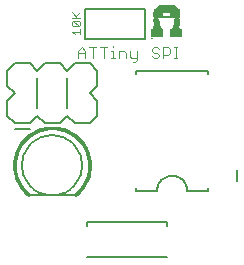
<source format=gto>
G75*
%MOIN*%
%OFA0B0*%
%FSLAX24Y24*%
%IPPOS*%
%LPD*%
%AMOC8*
5,1,8,0,0,1.08239X$1,22.5*
%
%ADD10C,0.0040*%
%ADD11C,0.0030*%
%ADD12C,0.0080*%
%ADD13R,0.0100X0.0400*%
%ADD14C,0.0010*%
%ADD15C,0.0060*%
%ADD16R,0.0337X0.0000*%
%ADD17R,0.0337X0.0000*%
%ADD18R,0.0344X0.0001*%
%ADD19R,0.0348X0.0000*%
%ADD20R,0.0347X0.0000*%
%ADD21R,0.0350X0.0000*%
%ADD22R,0.0350X0.0000*%
%ADD23R,0.0352X0.0001*%
%ADD24R,0.0355X0.0000*%
%ADD25R,0.0354X0.0000*%
%ADD26R,0.0356X0.0001*%
%ADD27R,0.0359X0.0000*%
%ADD28R,0.0360X0.0000*%
%ADD29R,0.0361X0.0001*%
%ADD30R,0.0363X0.0000*%
%ADD31R,0.0362X0.0000*%
%ADD32R,0.0365X0.0001*%
%ADD33R,0.0364X0.0001*%
%ADD34R,0.0365X0.0000*%
%ADD35R,0.0366X0.0000*%
%ADD36R,0.0366X0.0000*%
%ADD37R,0.0367X0.0001*%
%ADD38R,0.0369X0.0000*%
%ADD39R,0.0370X0.0001*%
%ADD40R,0.0369X0.0001*%
%ADD41R,0.0370X0.0000*%
%ADD42R,0.0371X0.0000*%
%ADD43R,0.0371X0.0000*%
%ADD44R,0.0372X0.0001*%
%ADD45R,0.0372X0.0001*%
%ADD46R,0.0373X0.0000*%
%ADD47R,0.0373X0.0000*%
%ADD48R,0.0374X0.0001*%
%ADD49R,0.0374X0.0001*%
%ADD50R,0.0375X0.0000*%
%ADD51R,0.0374X0.0000*%
%ADD52R,0.0375X0.0000*%
%ADD53R,0.0375X0.0000*%
%ADD54R,0.0375X0.0001*%
%ADD55R,0.0376X0.0001*%
%ADD56R,0.0376X0.0000*%
%ADD57R,0.0377X0.0001*%
%ADD58R,0.0376X0.0001*%
%ADD59R,0.0377X0.0000*%
%ADD60R,0.0378X0.0000*%
%ADD61R,0.0378X0.0000*%
%ADD62R,0.0379X0.0001*%
%ADD63R,0.0379X0.0000*%
%ADD64R,0.0379X0.0000*%
%ADD65R,0.0380X0.0001*%
%ADD66R,0.0379X0.0001*%
%ADD67R,0.0380X0.0000*%
%ADD68R,0.0379X0.0000*%
%ADD69R,0.0380X0.0000*%
%ADD70R,0.0380X0.0000*%
%ADD71R,0.0380X0.0001*%
%ADD72R,0.0381X0.0001*%
%ADD73R,0.0381X0.0000*%
%ADD74R,0.0381X0.0001*%
%ADD75R,0.0381X0.0001*%
%ADD76R,0.0381X0.0000*%
%ADD77R,0.0382X0.0001*%
%ADD78R,0.0381X0.0001*%
%ADD79R,0.0382X0.0000*%
%ADD80R,0.0382X0.0000*%
%ADD81R,0.0382X0.0001*%
%ADD82R,0.0382X0.0000*%
%ADD83R,0.0383X0.0000*%
%ADD84R,0.0383X0.0001*%
%ADD85R,0.0383X0.0001*%
%ADD86R,0.0383X0.0000*%
%ADD87R,0.0382X0.0001*%
%ADD88R,0.0379X0.0001*%
%ADD89R,0.0381X0.0000*%
%ADD90R,0.0378X0.0001*%
%ADD91R,0.0377X0.0000*%
%ADD92R,0.0376X0.0000*%
%ADD93R,0.0374X0.0000*%
%ADD94R,0.0377X0.0001*%
%ADD95R,0.0372X0.0000*%
%ADD96R,0.0371X0.0001*%
%ADD97R,0.0376X0.0001*%
%ADD98R,0.0371X0.0000*%
%ADD99R,0.0376X0.0000*%
%ADD100R,0.0370X0.0000*%
%ADD101R,0.0369X0.0001*%
%ADD102R,0.0374X0.0001*%
%ADD103R,0.0368X0.0000*%
%ADD104R,0.0374X0.0000*%
%ADD105R,0.0367X0.0001*%
%ADD106R,0.0373X0.0001*%
%ADD107R,0.0366X0.0000*%
%ADD108R,0.0372X0.0000*%
%ADD109R,0.0365X0.0000*%
%ADD110R,0.0371X0.0000*%
%ADD111R,0.0364X0.0001*%
%ADD112R,0.0371X0.0001*%
%ADD113R,0.0362X0.0000*%
%ADD114R,0.0369X0.0000*%
%ADD115R,0.0360X0.0001*%
%ADD116R,0.0369X0.0001*%
%ADD117R,0.0359X0.0000*%
%ADD118R,0.0367X0.0000*%
%ADD119R,0.0357X0.0000*%
%ADD120R,0.0355X0.0001*%
%ADD121R,0.0365X0.0001*%
%ADD122R,0.0354X0.0000*%
%ADD123R,0.0364X0.0000*%
%ADD124R,0.0351X0.0001*%
%ADD125R,0.0363X0.0001*%
%ADD126R,0.0348X0.0000*%
%ADD127R,0.0361X0.0000*%
%ADD128R,0.0345X0.0000*%
%ADD129R,0.0340X0.0001*%
%ADD130R,0.0359X0.0001*%
%ADD131R,0.0258X0.0000*%
%ADD132R,0.0356X0.0000*%
%ADD133R,0.0257X0.0001*%
%ADD134R,0.0354X0.0001*%
%ADD135R,0.0257X0.0000*%
%ADD136R,0.0352X0.0000*%
%ADD137R,0.0347X0.0001*%
%ADD138R,0.0257X0.0000*%
%ADD139R,0.0344X0.0000*%
%ADD140R,0.0257X0.0001*%
%ADD141R,0.0338X0.0001*%
%ADD142R,0.0239X0.0000*%
%ADD143R,0.0256X0.0000*%
%ADD144R,0.0256X0.0001*%
%ADD145R,0.0239X0.0001*%
%ADD146R,0.0239X0.0001*%
%ADD147R,0.0256X0.0000*%
%ADD148R,0.0239X0.0000*%
%ADD149R,0.0256X0.0001*%
%ADD150R,0.0255X0.0000*%
%ADD151R,0.0238X0.0000*%
%ADD152R,0.0255X0.0001*%
%ADD153R,0.0238X0.0001*%
%ADD154R,0.0255X0.0000*%
%ADD155R,0.0255X0.0001*%
%ADD156R,0.0238X0.0001*%
%ADD157R,0.0238X0.0000*%
%ADD158R,0.0255X0.0000*%
%ADD159R,0.0238X0.0000*%
%ADD160R,0.0255X0.0001*%
%ADD161R,0.0238X0.0001*%
%ADD162R,0.0254X0.0000*%
%ADD163R,0.0254X0.0001*%
%ADD164R,0.0237X0.0000*%
%ADD165R,0.0254X0.0001*%
%ADD166R,0.0237X0.0001*%
%ADD167R,0.0254X0.0000*%
%ADD168R,0.0253X0.0000*%
%ADD169R,0.0236X0.0000*%
%ADD170R,0.0253X0.0001*%
%ADD171R,0.0236X0.0001*%
%ADD172R,0.0253X0.0000*%
%ADD173R,0.0253X0.0001*%
%ADD174R,0.0236X0.0001*%
%ADD175R,0.0236X0.0000*%
%ADD176R,0.0252X0.0001*%
%ADD177R,0.0252X0.0000*%
%ADD178R,0.0235X0.0000*%
%ADD179R,0.0235X0.0001*%
%ADD180R,0.0251X0.0000*%
%ADD181R,0.0251X0.0001*%
%ADD182R,0.0235X0.0001*%
%ADD183R,0.0235X0.0000*%
%ADD184R,0.0251X0.0001*%
%ADD185R,0.0251X0.0000*%
%ADD186R,0.0234X0.0000*%
%ADD187R,0.0250X0.0001*%
%ADD188R,0.0234X0.0001*%
%ADD189R,0.0250X0.0000*%
%ADD190R,0.0250X0.0000*%
%ADD191R,0.0234X0.0000*%
%ADD192R,0.0250X0.0001*%
%ADD193R,0.0234X0.0001*%
%ADD194R,0.0250X0.0001*%
%ADD195R,0.0250X0.0000*%
%ADD196R,0.0233X0.0000*%
%ADD197R,0.0249X0.0001*%
%ADD198R,0.0233X0.0001*%
%ADD199R,0.0249X0.0000*%
%ADD200R,0.0233X0.0001*%
%ADD201R,0.0233X0.0000*%
%ADD202R,0.0249X0.0000*%
%ADD203R,0.0249X0.0001*%
%ADD204R,0.0233X0.0000*%
%ADD205R,0.0248X0.0001*%
%ADD206R,0.0233X0.0001*%
%ADD207R,0.0248X0.0000*%
%ADD208R,0.0248X0.0001*%
%ADD209R,0.0232X0.0001*%
%ADD210R,0.0248X0.0000*%
%ADD211R,0.0232X0.0000*%
%ADD212R,0.0247X0.0000*%
%ADD213R,0.0231X0.0000*%
%ADD214R,0.0247X0.0001*%
%ADD215R,0.0231X0.0001*%
%ADD216R,0.0246X0.0001*%
%ADD217R,0.0246X0.0000*%
%ADD218R,0.0231X0.0000*%
%ADD219R,0.0231X0.0001*%
%ADD220R,0.0246X0.0000*%
%ADD221R,0.0246X0.0001*%
%ADD222R,0.0230X0.0000*%
%ADD223R,0.0245X0.0000*%
%ADD224R,0.0245X0.0001*%
%ADD225R,0.0230X0.0001*%
%ADD226R,0.0245X0.0001*%
%ADD227R,0.0230X0.0001*%
%ADD228R,0.0245X0.0000*%
%ADD229R,0.0230X0.0000*%
%ADD230R,0.0245X0.0000*%
%ADD231R,0.0229X0.0000*%
%ADD232R,0.0245X0.0001*%
%ADD233R,0.0229X0.0001*%
%ADD234R,0.0244X0.0000*%
%ADD235R,0.0244X0.0001*%
%ADD236R,0.0229X0.0001*%
%ADD237R,0.0229X0.0000*%
%ADD238R,0.0244X0.0000*%
%ADD239R,0.0228X0.0000*%
%ADD240R,0.0244X0.0001*%
%ADD241R,0.0228X0.0001*%
%ADD242R,0.0243X0.0000*%
%ADD243R,0.0243X0.0001*%
%ADD244R,0.0243X0.0000*%
%ADD245R,0.0228X0.0000*%
%ADD246R,0.0243X0.0001*%
%ADD247R,0.0228X0.0001*%
%ADD248R,0.0242X0.0000*%
%ADD249R,0.0227X0.0000*%
%ADD250R,0.0242X0.0001*%
%ADD251R,0.0227X0.0001*%
%ADD252R,0.0241X0.0000*%
%ADD253R,0.0241X0.0001*%
%ADD254R,0.0227X0.0001*%
%ADD255R,0.0227X0.0000*%
%ADD256R,0.0241X0.0001*%
%ADD257R,0.0241X0.0000*%
%ADD258R,0.0226X0.0000*%
%ADD259R,0.0226X0.0001*%
%ADD260R,0.0240X0.0000*%
%ADD261R,0.0240X0.0001*%
%ADD262R,0.0226X0.0001*%
%ADD263R,0.0240X0.0000*%
%ADD264R,0.0226X0.0000*%
%ADD265R,0.0240X0.0001*%
%ADD266R,0.0225X0.0000*%
%ADD267R,0.0240X0.0001*%
%ADD268R,0.0225X0.0001*%
%ADD269R,0.0240X0.0000*%
%ADD270R,0.0225X0.0000*%
%ADD271R,0.0225X0.0001*%
%ADD272R,0.0239X0.0001*%
%ADD273R,0.0239X0.0000*%
%ADD274R,0.0224X0.0000*%
%ADD275R,0.0224X0.0001*%
%ADD276R,0.0224X0.0001*%
%ADD277R,0.0224X0.0000*%
%ADD278R,0.0223X0.0000*%
%ADD279R,0.0237X0.0001*%
%ADD280R,0.0223X0.0001*%
%ADD281R,0.0237X0.0000*%
%ADD282R,0.0223X0.0001*%
%ADD283R,0.0223X0.0000*%
%ADD284R,0.0236X0.0000*%
%ADD285R,0.0222X0.0000*%
%ADD286R,0.0236X0.0001*%
%ADD287R,0.0222X0.0001*%
%ADD288R,0.0222X0.0000*%
%ADD289R,0.0222X0.0001*%
%ADD290R,0.0221X0.0000*%
%ADD291R,0.0235X0.0000*%
%ADD292R,0.0235X0.0001*%
%ADD293R,0.0221X0.0001*%
%ADD294R,0.0221X0.0001*%
%ADD295R,0.0221X0.0000*%
%ADD296R,0.0234X0.0000*%
%ADD297R,0.0220X0.0000*%
%ADD298R,0.0234X0.0001*%
%ADD299R,0.0220X0.0001*%
%ADD300R,0.0220X0.0001*%
%ADD301R,0.0220X0.0000*%
%ADD302R,0.0219X0.0000*%
%ADD303R,0.0219X0.0001*%
%ADD304R,0.0232X0.0000*%
%ADD305R,0.0232X0.0001*%
%ADD306R,0.0219X0.0000*%
%ADD307R,0.0219X0.0001*%
%ADD308R,0.0231X0.0000*%
%ADD309R,0.0218X0.0000*%
%ADD310R,0.0231X0.0001*%
%ADD311R,0.0218X0.0001*%
%ADD312R,0.0218X0.0001*%
%ADD313R,0.0218X0.0000*%
%ADD314R,0.0217X0.0000*%
%ADD315R,0.0217X0.0001*%
%ADD316R,0.0230X0.0000*%
%ADD317R,0.0230X0.0001*%
%ADD318R,0.0217X0.0001*%
%ADD319R,0.0217X0.0000*%
%ADD320R,0.0216X0.0000*%
%ADD321R,0.0229X0.0001*%
%ADD322R,0.0216X0.0001*%
%ADD323R,0.0229X0.0000*%
%ADD324R,0.0216X0.0000*%
%ADD325R,0.0216X0.0001*%
%ADD326R,0.0215X0.0000*%
%ADD327R,0.0227X0.0001*%
%ADD328R,0.0215X0.0001*%
%ADD329R,0.0227X0.0000*%
%ADD330R,0.0215X0.0001*%
%ADD331R,0.0215X0.0000*%
%ADD332R,0.0214X0.0000*%
%ADD333R,0.0226X0.0001*%
%ADD334R,0.0214X0.0001*%
%ADD335R,0.0226X0.0000*%
%ADD336R,0.0214X0.0001*%
%ADD337R,0.0214X0.0000*%
%ADD338R,0.0213X0.0000*%
%ADD339R,0.0213X0.0001*%
%ADD340R,0.0225X0.0001*%
%ADD341R,0.0225X0.0000*%
%ADD342R,0.0213X0.0000*%
%ADD343R,0.0213X0.0001*%
%ADD344R,0.0213X0.0000*%
%ADD345R,0.0224X0.0000*%
%ADD346R,0.0224X0.0001*%
%ADD347R,0.0213X0.0001*%
%ADD348R,0.0212X0.0001*%
%ADD349R,0.0212X0.0000*%
%ADD350R,0.0211X0.0000*%
%ADD351R,0.0211X0.0001*%
%ADD352R,0.0222X0.0000*%
%ADD353R,0.0222X0.0001*%
%ADD354R,0.0211X0.0001*%
%ADD355R,0.0211X0.0000*%
%ADD356R,0.0210X0.0000*%
%ADD357R,0.0210X0.0001*%
%ADD358R,0.0221X0.0000*%
%ADD359R,0.0221X0.0001*%
%ADD360R,0.0210X0.0000*%
%ADD361R,0.0210X0.0001*%
%ADD362R,0.0209X0.0000*%
%ADD363R,0.0209X0.0001*%
%ADD364R,0.0220X0.0000*%
%ADD365R,0.0220X0.0001*%
%ADD366R,0.0209X0.0001*%
%ADD367R,0.0209X0.0000*%
%ADD368R,0.0208X0.0000*%
%ADD369R,0.0208X0.0001*%
%ADD370R,0.0219X0.0000*%
%ADD371R,0.0219X0.0001*%
%ADD372R,0.0208X0.0001*%
%ADD373R,0.0208X0.0000*%
%ADD374R,0.0208X0.0000*%
%ADD375R,0.0208X0.0001*%
%ADD376R,0.0217X0.0000*%
%ADD377R,0.0207X0.0000*%
%ADD378R,0.0217X0.0001*%
%ADD379R,0.0207X0.0001*%
%ADD380R,0.0206X0.0000*%
%ADD381R,0.0216X0.0001*%
%ADD382R,0.0206X0.0001*%
%ADD383R,0.0216X0.0000*%
%ADD384R,0.0206X0.0001*%
%ADD385R,0.0206X0.0000*%
%ADD386R,0.0205X0.0000*%
%ADD387R,0.0205X0.0001*%
%ADD388R,0.0215X0.0001*%
%ADD389R,0.0205X0.0001*%
%ADD390R,0.0215X0.0000*%
%ADD391R,0.0205X0.0000*%
%ADD392R,0.0204X0.0000*%
%ADD393R,0.0204X0.0001*%
%ADD394R,0.0214X0.0001*%
%ADD395R,0.0214X0.0000*%
%ADD396R,0.0204X0.0000*%
%ADD397R,0.0204X0.0001*%
%ADD398R,0.0203X0.0000*%
%ADD399R,0.0203X0.0001*%
%ADD400R,0.0212X0.0001*%
%ADD401R,0.0203X0.0001*%
%ADD402R,0.0212X0.0000*%
%ADD403R,0.0203X0.0000*%
%ADD404R,0.0203X0.0000*%
%ADD405R,0.0203X0.0001*%
%ADD406R,0.0211X0.0000*%
%ADD407R,0.0211X0.0001*%
%ADD408R,0.0202X0.0001*%
%ADD409R,0.0202X0.0000*%
%ADD410R,0.0201X0.0000*%
%ADD411R,0.0201X0.0001*%
%ADD412R,0.0210X0.0000*%
%ADD413R,0.0201X0.0000*%
%ADD414R,0.0210X0.0001*%
%ADD415R,0.0201X0.0001*%
%ADD416R,0.0200X0.0000*%
%ADD417R,0.0200X0.0001*%
%ADD418R,0.0209X0.0000*%
%ADD419R,0.0209X0.0001*%
%ADD420R,0.0200X0.0001*%
%ADD421R,0.0200X0.0000*%
%ADD422R,0.0199X0.0000*%
%ADD423R,0.0199X0.0001*%
%ADD424R,0.0199X0.0001*%
%ADD425R,0.0207X0.0000*%
%ADD426R,0.0199X0.0000*%
%ADD427R,0.0207X0.0001*%
%ADD428R,0.0198X0.0000*%
%ADD429R,0.0198X0.0001*%
%ADD430R,0.0206X0.0000*%
%ADD431R,0.0198X0.0000*%
%ADD432R,0.0206X0.0001*%
%ADD433R,0.0198X0.0001*%
%ADD434R,0.0198X0.0000*%
%ADD435R,0.0198X0.0001*%
%ADD436R,0.0197X0.0001*%
%ADD437R,0.0205X0.0000*%
%ADD438R,0.0197X0.0000*%
%ADD439R,0.0205X0.0001*%
%ADD440R,0.0196X0.0000*%
%ADD441R,0.0196X0.0001*%
%ADD442R,0.0204X0.0001*%
%ADD443R,0.0196X0.0001*%
%ADD444R,0.0204X0.0000*%
%ADD445R,0.0196X0.0000*%
%ADD446R,0.0195X0.0000*%
%ADD447R,0.0195X0.0001*%
%ADD448R,0.0195X0.0000*%
%ADD449R,0.0202X0.0001*%
%ADD450R,0.0195X0.0001*%
%ADD451R,0.0202X0.0000*%
%ADD452R,0.0194X0.0000*%
%ADD453R,0.0194X0.0001*%
%ADD454R,0.0201X0.0001*%
%ADD455R,0.0194X0.0001*%
%ADD456R,0.0201X0.0000*%
%ADD457R,0.0194X0.0000*%
%ADD458R,0.0193X0.0000*%
%ADD459R,0.0193X0.0001*%
%ADD460R,0.0193X0.0001*%
%ADD461R,0.0193X0.0000*%
%ADD462R,0.0200X0.0001*%
%ADD463R,0.0200X0.0000*%
%ADD464R,0.0193X0.0000*%
%ADD465R,0.0193X0.0001*%
%ADD466R,0.0199X0.0000*%
%ADD467R,0.0192X0.0000*%
%ADD468R,0.0199X0.0001*%
%ADD469R,0.0192X0.0001*%
%ADD470R,0.0191X0.0000*%
%ADD471R,0.0191X0.0001*%
%ADD472R,0.0191X0.0001*%
%ADD473R,0.0191X0.0000*%
%ADD474R,0.0197X0.0000*%
%ADD475R,0.0197X0.0001*%
%ADD476R,0.0190X0.0000*%
%ADD477R,0.0190X0.0001*%
%ADD478R,0.0190X0.0001*%
%ADD479R,0.0196X0.0000*%
%ADD480R,0.0190X0.0000*%
%ADD481R,0.0196X0.0001*%
%ADD482R,0.0189X0.0000*%
%ADD483R,0.0189X0.0001*%
%ADD484R,0.0189X0.0000*%
%ADD485R,0.0189X0.0001*%
%ADD486R,0.0195X0.0000*%
%ADD487R,0.0195X0.0001*%
%ADD488R,0.0188X0.0000*%
%ADD489R,0.0188X0.0001*%
%ADD490R,0.0188X0.0001*%
%ADD491R,0.0194X0.0000*%
%ADD492R,0.0188X0.0000*%
%ADD493R,0.0194X0.0001*%
%ADD494R,0.0187X0.0000*%
%ADD495R,0.0187X0.0001*%
%ADD496R,0.0187X0.0001*%
%ADD497R,0.0187X0.0000*%
%ADD498R,0.0192X0.0000*%
%ADD499R,0.0186X0.0000*%
%ADD500R,0.0192X0.0001*%
%ADD501R,0.0186X0.0001*%
%ADD502R,0.0186X0.0000*%
%ADD503R,0.0191X0.0001*%
%ADD504R,0.0186X0.0001*%
%ADD505R,0.0191X0.0000*%
%ADD506R,0.0185X0.0000*%
%ADD507R,0.0185X0.0001*%
%ADD508R,0.0185X0.0001*%
%ADD509R,0.0185X0.0000*%
%ADD510R,0.0190X0.0001*%
%ADD511R,0.0190X0.0000*%
%ADD512R,0.0184X0.0000*%
%ADD513R,0.0184X0.0001*%
%ADD514R,0.0184X0.0001*%
%ADD515R,0.0184X0.0000*%
%ADD516R,0.0189X0.0001*%
%ADD517R,0.0189X0.0000*%
%ADD518R,0.0183X0.0000*%
%ADD519R,0.0183X0.0001*%
%ADD520R,0.0183X0.0000*%
%ADD521R,0.0183X0.0001*%
%ADD522R,0.0187X0.0001*%
%ADD523R,0.0187X0.0000*%
%ADD524R,0.0182X0.0000*%
%ADD525R,0.0182X0.0001*%
%ADD526R,0.0182X0.0001*%
%ADD527R,0.0182X0.0000*%
%ADD528R,0.0186X0.0000*%
%ADD529R,0.0186X0.0001*%
%ADD530R,0.0181X0.0000*%
%ADD531R,0.0181X0.0001*%
%ADD532R,0.0181X0.0001*%
%ADD533R,0.0181X0.0000*%
%ADD534R,0.0185X0.0000*%
%ADD535R,0.0180X0.0000*%
%ADD536R,0.0185X0.0001*%
%ADD537R,0.0180X0.0001*%
%ADD538R,0.0180X0.0000*%
%ADD539R,0.0180X0.0001*%
%ADD540R,0.0184X0.0000*%
%ADD541R,0.0184X0.0001*%
%ADD542R,0.0179X0.0000*%
%ADD543R,0.0179X0.0001*%
%ADD544R,0.0179X0.0001*%
%ADD545R,0.0179X0.0000*%
%ADD546R,0.0182X0.0000*%
%ADD547R,0.0178X0.0000*%
%ADD548R,0.0182X0.0001*%
%ADD549R,0.0178X0.0001*%
%ADD550R,0.0178X0.0001*%
%ADD551R,0.0178X0.0000*%
%ADD552R,0.0181X0.0000*%
%ADD553R,0.0177X0.0000*%
%ADD554R,0.0181X0.0001*%
%ADD555R,0.0177X0.0001*%
%ADD556R,0.0177X0.0000*%
%ADD557R,0.0177X0.0001*%
%ADD558R,0.0180X0.0000*%
%ADD559R,0.0176X0.0000*%
%ADD560R,0.0180X0.0001*%
%ADD561R,0.0176X0.0001*%
%ADD562R,0.0176X0.0001*%
%ADD563R,0.0176X0.0000*%
%ADD564R,0.0179X0.0001*%
%ADD565R,0.0179X0.0000*%
%ADD566R,0.0175X0.0000*%
%ADD567R,0.0175X0.0001*%
%ADD568R,0.0175X0.0001*%
%ADD569R,0.0175X0.0000*%
%ADD570R,0.0174X0.0000*%
%ADD571R,0.0177X0.0001*%
%ADD572R,0.0174X0.0001*%
%ADD573R,0.0177X0.0000*%
%ADD574R,0.0174X0.0000*%
%ADD575R,0.0174X0.0001*%
%ADD576R,0.0176X0.0001*%
%ADD577R,0.0176X0.0000*%
%ADD578R,0.0173X0.0000*%
%ADD579R,0.0173X0.0001*%
%ADD580R,0.0173X0.0001*%
%ADD581R,0.0173X0.0000*%
%ADD582R,0.0173X0.0000*%
%ADD583R,0.0175X0.0001*%
%ADD584R,0.0173X0.0001*%
%ADD585R,0.0175X0.0000*%
%ADD586R,0.0172X0.0001*%
%ADD587R,0.0172X0.0000*%
%ADD588R,0.0174X0.0000*%
%ADD589R,0.0171X0.0000*%
%ADD590R,0.0174X0.0001*%
%ADD591R,0.0171X0.0001*%
%ADD592R,0.0171X0.0000*%
%ADD593R,0.0171X0.0001*%
%ADD594R,0.0170X0.0000*%
%ADD595R,0.0172X0.0000*%
%ADD596R,0.0172X0.0001*%
%ADD597R,0.0170X0.0001*%
%ADD598R,0.0170X0.0001*%
%ADD599R,0.0170X0.0000*%
%ADD600R,0.0171X0.0000*%
%ADD601R,0.0169X0.0000*%
%ADD602R,0.0171X0.0001*%
%ADD603R,0.0169X0.0001*%
%ADD604R,0.0169X0.0001*%
%ADD605R,0.0169X0.0000*%
%ADD606R,0.0168X0.0000*%
%ADD607R,0.0168X0.0001*%
%ADD608R,0.0170X0.0000*%
%ADD609R,0.0170X0.0001*%
%ADD610R,0.0168X0.0000*%
%ADD611R,0.0168X0.0001*%
%ADD612R,0.0169X0.0000*%
%ADD613R,0.0168X0.0000*%
%ADD614R,0.0169X0.0001*%
%ADD615R,0.0168X0.0001*%
%ADD616R,0.0167X0.0001*%
%ADD617R,0.0167X0.0000*%
%ADD618R,0.0166X0.0000*%
%ADD619R,0.0166X0.0001*%
%ADD620R,0.0167X0.0000*%
%ADD621R,0.0167X0.0001*%
%ADD622R,0.0166X0.0001*%
%ADD623R,0.0166X0.0000*%
%ADD624R,0.0165X0.0000*%
%ADD625R,0.0166X0.0001*%
%ADD626R,0.0165X0.0001*%
%ADD627R,0.0166X0.0000*%
%ADD628R,0.0165X0.0000*%
%ADD629R,0.0165X0.0001*%
%ADD630R,0.0164X0.0000*%
%ADD631R,0.0165X0.0001*%
%ADD632R,0.0164X0.0001*%
%ADD633R,0.0165X0.0000*%
%ADD634R,0.0164X0.0001*%
%ADD635R,0.0164X0.0000*%
%ADD636R,0.0163X0.0000*%
%ADD637R,0.0164X0.0001*%
%ADD638R,0.0163X0.0001*%
%ADD639R,0.0164X0.0000*%
%ADD640R,0.0163X0.0001*%
%ADD641R,0.0163X0.0000*%
%ADD642R,0.0163X0.0000*%
%ADD643R,0.0163X0.0001*%
%ADD644R,0.0162X0.0001*%
%ADD645R,0.0162X0.0000*%
%ADD646R,0.0162X0.0000*%
%ADD647R,0.0161X0.0001*%
%ADD648R,0.0162X0.0001*%
%ADD649R,0.0161X0.0000*%
%ADD650R,0.0161X0.0000*%
%ADD651R,0.0161X0.0001*%
%ADD652R,0.0160X0.0001*%
%ADD653R,0.0161X0.0001*%
%ADD654R,0.0160X0.0000*%
%ADD655R,0.0161X0.0000*%
%ADD656R,0.0160X0.0000*%
%ADD657R,0.0160X0.0001*%
%ADD658R,0.0160X0.0000*%
%ADD659R,0.0160X0.0001*%
%ADD660R,0.0159X0.0001*%
%ADD661R,0.0159X0.0000*%
%ADD662R,0.0159X0.0000*%
%ADD663R,0.0159X0.0001*%
%ADD664R,0.0159X0.0000*%
%ADD665R,0.0159X0.0001*%
%ADD666R,0.0158X0.0000*%
%ADD667R,0.0158X0.0001*%
%ADD668R,0.0158X0.0000*%
%ADD669R,0.0158X0.0000*%
%ADD670R,0.0158X0.0001*%
%ADD671R,0.0158X0.0001*%
%ADD672R,0.0157X0.0000*%
%ADD673R,0.0157X0.0001*%
%ADD674R,0.0156X0.0000*%
%ADD675R,0.0156X0.0001*%
%ADD676R,0.0156X0.0000*%
%ADD677R,0.0156X0.0001*%
%ADD678R,0.0157X0.0001*%
%ADD679R,0.0155X0.0000*%
%ADD680R,0.0157X0.0000*%
%ADD681R,0.0155X0.0001*%
%ADD682R,0.0155X0.0001*%
%ADD683R,0.0155X0.0000*%
%ADD684R,0.0155X0.0000*%
%ADD685R,0.0156X0.0000*%
%ADD686R,0.0155X0.0001*%
%ADD687R,0.0156X0.0001*%
%ADD688R,0.0154X0.0000*%
%ADD689R,0.0154X0.0001*%
%ADD690R,0.0154X0.0001*%
%ADD691R,0.0154X0.0000*%
%ADD692R,0.0153X0.0000*%
%ADD693R,0.0153X0.0001*%
%ADD694R,0.0154X0.0000*%
%ADD695R,0.0153X0.0001*%
%ADD696R,0.0154X0.0001*%
%ADD697R,0.0153X0.0000*%
%ADD698R,0.0152X0.0001*%
%ADD699R,0.0152X0.0000*%
%ADD700R,0.0151X0.0000*%
%ADD701R,0.0153X0.0000*%
%ADD702R,0.0151X0.0001*%
%ADD703R,0.0153X0.0001*%
%ADD704R,0.0151X0.0001*%
%ADD705R,0.0151X0.0000*%
%ADD706R,0.0150X0.0001*%
%ADD707R,0.0150X0.0000*%
%ADD708R,0.0150X0.0000*%
%ADD709R,0.0150X0.0001*%
%ADD710R,0.0150X0.0001*%
%ADD711R,0.0152X0.0001*%
%ADD712R,0.0150X0.0000*%
%ADD713R,0.0152X0.0000*%
%ADD714R,0.0149X0.0000*%
%ADD715R,0.0149X0.0001*%
%ADD716R,0.0149X0.0000*%
%ADD717R,0.0149X0.0001*%
%ADD718R,0.0151X0.0001*%
%ADD719R,0.0151X0.0000*%
%ADD720R,0.0148X0.0001*%
%ADD721R,0.0148X0.0000*%
%ADD722R,0.0260X0.0000*%
%ADD723R,0.0259X0.0000*%
%ADD724R,0.0260X0.0001*%
%ADD725R,0.0259X0.0001*%
%ADD726R,0.0868X0.0000*%
%ADD727R,0.0868X0.0001*%
%ADD728R,0.0321X0.0000*%
%ADD729R,0.0305X0.0000*%
%ADD730R,0.0321X0.0001*%
%ADD731R,0.0305X0.0001*%
%ADD732R,0.0867X0.0000*%
%ADD733R,0.0867X0.0001*%
%ADD734R,0.0867X0.0000*%
%ADD735R,0.0867X0.0001*%
%ADD736R,0.0866X0.0000*%
%ADD737R,0.0866X0.0000*%
%ADD738R,0.0866X0.0001*%
%ADD739R,0.0866X0.0000*%
%ADD740R,0.0866X0.0001*%
%ADD741R,0.0865X0.0000*%
%ADD742R,0.0865X0.0001*%
%ADD743R,0.0864X0.0001*%
%ADD744R,0.0864X0.0000*%
%ADD745R,0.0864X0.0001*%
%ADD746R,0.0864X0.0000*%
%ADD747R,0.0864X0.0001*%
%ADD748R,0.0864X0.0000*%
%ADD749R,0.0863X0.0001*%
%ADD750R,0.0863X0.0000*%
%ADD751R,0.0862X0.0001*%
%ADD752R,0.0862X0.0000*%
%ADD753R,0.0862X0.0001*%
%ADD754R,0.0862X0.0000*%
%ADD755R,0.0861X0.0001*%
%ADD756R,0.0861X0.0000*%
%ADD757R,0.0861X0.0001*%
%ADD758R,0.0860X0.0001*%
%ADD759R,0.0860X0.0000*%
%ADD760R,0.0859X0.0000*%
%ADD761R,0.0859X0.0001*%
%ADD762R,0.0858X0.0000*%
%ADD763R,0.0858X0.0001*%
%ADD764R,0.0857X0.0001*%
%ADD765R,0.0857X0.0000*%
%ADD766R,0.0856X0.0000*%
%ADD767R,0.0856X0.0001*%
%ADD768R,0.0855X0.0000*%
%ADD769R,0.0855X0.0001*%
%ADD770R,0.0855X0.0000*%
%ADD771R,0.0855X0.0001*%
%ADD772R,0.0854X0.0000*%
%ADD773R,0.0854X0.0001*%
%ADD774R,0.0853X0.0000*%
%ADD775R,0.0853X0.0001*%
%ADD776R,0.0853X0.0000*%
%ADD777R,0.0853X0.0000*%
%ADD778R,0.0852X0.0001*%
%ADD779R,0.0852X0.0000*%
%ADD780R,0.0852X0.0001*%
%ADD781R,0.0851X0.0000*%
%ADD782R,0.0850X0.0001*%
%ADD783R,0.0850X0.0000*%
%ADD784R,0.0850X0.0001*%
%ADD785R,0.0849X0.0000*%
%ADD786R,0.0848X0.0001*%
%ADD787R,0.0848X0.0000*%
%ADD788R,0.0848X0.0001*%
%ADD789R,0.0848X0.0000*%
%ADD790R,0.0847X0.0000*%
%ADD791R,0.0847X0.0001*%
%ADD792R,0.0846X0.0000*%
%ADD793R,0.0846X0.0001*%
%ADD794R,0.0845X0.0000*%
%ADD795R,0.0845X0.0000*%
%ADD796R,0.0845X0.0001*%
%ADD797R,0.0843X0.0000*%
%ADD798R,0.0843X0.0001*%
%ADD799R,0.0841X0.0000*%
%ADD800R,0.0840X0.0000*%
%ADD801R,0.0839X0.0001*%
%ADD802R,0.0838X0.0000*%
%ADD803R,0.0837X0.0001*%
%ADD804R,0.0836X0.0000*%
%ADD805R,0.0835X0.0000*%
%ADD806R,0.0834X0.0001*%
%ADD807R,0.0833X0.0000*%
%ADD808R,0.0832X0.0001*%
%ADD809R,0.0831X0.0000*%
%ADD810R,0.0830X0.0000*%
%ADD811R,0.0829X0.0001*%
%ADD812R,0.0828X0.0000*%
%ADD813R,0.0827X0.0001*%
%ADD814R,0.0826X0.0000*%
%ADD815R,0.0825X0.0000*%
%ADD816R,0.0824X0.0001*%
%ADD817R,0.0823X0.0000*%
%ADD818R,0.0822X0.0001*%
%ADD819R,0.0821X0.0000*%
%ADD820R,0.0820X0.0000*%
%ADD821R,0.0819X0.0001*%
%ADD822R,0.0818X0.0000*%
%ADD823R,0.0817X0.0001*%
%ADD824R,0.0816X0.0000*%
%ADD825R,0.0815X0.0000*%
%ADD826R,0.0814X0.0001*%
%ADD827R,0.0813X0.0000*%
%ADD828R,0.0812X0.0001*%
%ADD829R,0.0811X0.0000*%
%ADD830R,0.0810X0.0000*%
%ADD831R,0.0808X0.0001*%
%ADD832R,0.0808X0.0000*%
%ADD833R,0.0807X0.0001*%
%ADD834R,0.0805X0.0000*%
%ADD835R,0.0805X0.0000*%
%ADD836R,0.0803X0.0001*%
%ADD837R,0.0803X0.0000*%
%ADD838R,0.0802X0.0001*%
%ADD839R,0.0800X0.0000*%
%ADD840R,0.0800X0.0000*%
%ADD841R,0.0798X0.0001*%
%ADD842R,0.0798X0.0000*%
%ADD843R,0.0797X0.0001*%
%ADD844R,0.0795X0.0000*%
%ADD845R,0.0795X0.0000*%
%ADD846R,0.0793X0.0001*%
%ADD847R,0.0793X0.0000*%
%ADD848R,0.0791X0.0001*%
%ADD849R,0.0790X0.0000*%
%ADD850R,0.0789X0.0000*%
%ADD851R,0.0788X0.0001*%
%ADD852R,0.0787X0.0000*%
%ADD853R,0.0786X0.0001*%
%ADD854R,0.0785X0.0000*%
%ADD855R,0.0784X0.0000*%
%ADD856R,0.0783X0.0001*%
%ADD857R,0.0782X0.0000*%
%ADD858R,0.0781X0.0001*%
%ADD859R,0.0780X0.0000*%
%ADD860R,0.0779X0.0000*%
%ADD861R,0.0778X0.0001*%
%ADD862R,0.0777X0.0000*%
%ADD863R,0.0776X0.0001*%
%ADD864R,0.0775X0.0000*%
%ADD865R,0.0774X0.0000*%
%ADD866R,0.0773X0.0001*%
%ADD867R,0.0772X0.0000*%
%ADD868R,0.0771X0.0001*%
%ADD869R,0.0770X0.0000*%
%ADD870R,0.0769X0.0000*%
%ADD871R,0.0768X0.0001*%
%ADD872R,0.0767X0.0000*%
%ADD873R,0.0766X0.0001*%
%ADD874R,0.0765X0.0000*%
%ADD875R,0.0764X0.0000*%
%ADD876R,0.0763X0.0001*%
%ADD877R,0.0762X0.0000*%
%ADD878R,0.0761X0.0001*%
%ADD879R,0.0760X0.0000*%
%ADD880R,0.0758X0.0000*%
%ADD881R,0.0757X0.0001*%
%ADD882R,0.0757X0.0000*%
%ADD883R,0.0755X0.0001*%
%ADD884R,0.0755X0.0000*%
%ADD885R,0.0753X0.0000*%
%ADD886R,0.0752X0.0001*%
%ADD887R,0.0752X0.0000*%
%ADD888R,0.0750X0.0001*%
%ADD889R,0.0750X0.0000*%
%ADD890R,0.0748X0.0000*%
%ADD891R,0.0747X0.0001*%
%ADD892R,0.0747X0.0000*%
%ADD893R,0.0745X0.0001*%
%ADD894R,0.0745X0.0000*%
%ADD895R,0.0743X0.0000*%
%ADD896R,0.0742X0.0001*%
%ADD897R,0.0741X0.0000*%
%ADD898R,0.0740X0.0001*%
%ADD899R,0.0739X0.0000*%
%ADD900R,0.0738X0.0000*%
%ADD901R,0.0737X0.0001*%
%ADD902R,0.0736X0.0000*%
%ADD903R,0.0735X0.0001*%
%ADD904R,0.0734X0.0000*%
%ADD905R,0.0733X0.0000*%
%ADD906R,0.0732X0.0001*%
%ADD907R,0.0731X0.0000*%
%ADD908R,0.0730X0.0001*%
%ADD909R,0.0729X0.0000*%
%ADD910R,0.0728X0.0000*%
%ADD911R,0.0727X0.0001*%
%ADD912R,0.0726X0.0000*%
%ADD913R,0.0725X0.0001*%
%ADD914R,0.0724X0.0000*%
%ADD915R,0.0723X0.0000*%
%ADD916R,0.0722X0.0001*%
%ADD917R,0.0721X0.0000*%
%ADD918R,0.0720X0.0001*%
%ADD919R,0.0719X0.0000*%
%ADD920R,0.0718X0.0000*%
%ADD921R,0.0717X0.0001*%
%ADD922R,0.0716X0.0000*%
%ADD923R,0.0715X0.0001*%
%ADD924R,0.0714X0.0000*%
%ADD925R,0.0713X0.0000*%
%ADD926R,0.0712X0.0001*%
%ADD927R,0.0711X0.0000*%
%ADD928R,0.0710X0.0001*%
%ADD929R,0.0709X0.0000*%
%ADD930R,0.0707X0.0000*%
%ADD931R,0.0707X0.0001*%
%ADD932R,0.0705X0.0000*%
%ADD933R,0.0705X0.0001*%
%ADD934R,0.0703X0.0000*%
%ADD935R,0.0703X0.0000*%
%ADD936R,0.0702X0.0001*%
%ADD937R,0.0700X0.0000*%
%ADD938R,0.0700X0.0001*%
%ADD939R,0.0698X0.0000*%
%ADD940R,0.0698X0.0000*%
%ADD941R,0.0697X0.0001*%
%ADD942R,0.0695X0.0000*%
%ADD943R,0.0695X0.0001*%
%ADD944R,0.0693X0.0000*%
%ADD945R,0.0692X0.0000*%
%ADD946R,0.0691X0.0001*%
%ADD947R,0.0690X0.0000*%
%ADD948R,0.0689X0.0001*%
%ADD949R,0.0688X0.0000*%
%ADD950R,0.0687X0.0000*%
%ADD951R,0.0686X0.0001*%
%ADD952R,0.0685X0.0000*%
%ADD953R,0.0684X0.0001*%
%ADD954R,0.0683X0.0000*%
%ADD955R,0.0682X0.0000*%
%ADD956R,0.0681X0.0001*%
%ADD957R,0.0680X0.0000*%
%ADD958R,0.0679X0.0001*%
%ADD959R,0.0678X0.0000*%
%ADD960R,0.0677X0.0000*%
%ADD961R,0.0676X0.0001*%
%ADD962R,0.0675X0.0000*%
%ADD963R,0.0674X0.0001*%
%ADD964R,0.0673X0.0000*%
%ADD965R,0.0672X0.0000*%
%ADD966R,0.0671X0.0001*%
%ADD967R,0.0670X0.0000*%
%ADD968R,0.0669X0.0001*%
%ADD969R,0.0668X0.0000*%
%ADD970R,0.0667X0.0000*%
%ADD971R,0.0666X0.0001*%
%ADD972R,0.0665X0.0000*%
%ADD973R,0.0664X0.0001*%
%ADD974R,0.0663X0.0000*%
%ADD975R,0.0662X0.0000*%
%ADD976R,0.0661X0.0001*%
%ADD977R,0.0660X0.0000*%
%ADD978R,0.0659X0.0001*%
%ADD979R,0.0658X0.0000*%
%ADD980R,0.0657X0.0000*%
%ADD981R,0.0655X0.0001*%
%ADD982R,0.0655X0.0000*%
%ADD983R,0.0653X0.0001*%
%ADD984R,0.0653X0.0000*%
%ADD985R,0.0652X0.0000*%
%ADD986R,0.0650X0.0001*%
%ADD987R,0.0650X0.0000*%
%ADD988R,0.0648X0.0001*%
%ADD989R,0.0648X0.0000*%
%ADD990R,0.0647X0.0000*%
%ADD991R,0.0645X0.0001*%
%ADD992R,0.0645X0.0000*%
%ADD993R,0.0643X0.0001*%
%ADD994R,0.0642X0.0000*%
%ADD995R,0.0641X0.0000*%
%ADD996R,0.0640X0.0001*%
%ADD997R,0.0639X0.0000*%
%ADD998R,0.0638X0.0001*%
%ADD999R,0.0637X0.0000*%
%ADD1000R,0.0636X0.0000*%
%ADD1001R,0.0635X0.0001*%
%ADD1002R,0.0634X0.0000*%
%ADD1003R,0.0633X0.0001*%
%ADD1004R,0.0632X0.0000*%
%ADD1005R,0.0631X0.0000*%
%ADD1006R,0.0630X0.0001*%
%ADD1007R,0.0629X0.0000*%
%ADD1008R,0.0628X0.0001*%
%ADD1009R,0.0627X0.0000*%
%ADD1010R,0.0626X0.0000*%
%ADD1011R,0.0625X0.0001*%
%ADD1012R,0.0624X0.0000*%
%ADD1013R,0.0623X0.0001*%
%ADD1014R,0.0622X0.0000*%
%ADD1015R,0.0621X0.0000*%
%ADD1016R,0.0620X0.0001*%
%ADD1017R,0.0619X0.0000*%
%ADD1018R,0.0618X0.0001*%
%ADD1019R,0.0617X0.0000*%
%ADD1020R,0.0616X0.0000*%
%ADD1021R,0.0615X0.0001*%
%ADD1022R,0.0614X0.0000*%
%ADD1023R,0.0613X0.0001*%
%ADD1024R,0.0612X0.0000*%
%ADD1025R,0.0611X0.0000*%
%ADD1026R,0.0610X0.0001*%
%ADD1027R,0.0609X0.0000*%
%ADD1028R,0.0607X0.0001*%
%ADD1029R,0.0607X0.0000*%
%ADD1030R,0.0605X0.0000*%
%ADD1031R,0.0605X0.0001*%
%ADD1032R,0.0603X0.0000*%
%ADD1033R,0.0602X0.0001*%
%ADD1034R,0.0602X0.0000*%
%ADD1035R,0.0600X0.0000*%
%ADD1036R,0.0600X0.0001*%
%ADD1037R,0.0598X0.0000*%
%ADD1038R,0.0597X0.0001*%
%ADD1039R,0.0597X0.0000*%
%ADD1040R,0.0595X0.0000*%
%ADD1041R,0.0595X0.0001*%
%ADD1042R,0.0593X0.0000*%
%ADD1043R,0.0592X0.0001*%
%ADD1044R,0.0591X0.0000*%
%ADD1045R,0.0590X0.0000*%
%ADD1046R,0.0589X0.0001*%
%ADD1047R,0.0588X0.0000*%
%ADD1048R,0.0587X0.0001*%
%ADD1049R,0.0586X0.0000*%
%ADD1050R,0.0585X0.0000*%
%ADD1051R,0.0584X0.0001*%
%ADD1052R,0.0583X0.0000*%
%ADD1053R,0.0582X0.0001*%
%ADD1054R,0.0581X0.0000*%
%ADD1055R,0.0580X0.0000*%
%ADD1056R,0.0579X0.0001*%
%ADD1057R,0.0578X0.0000*%
%ADD1058R,0.0577X0.0001*%
%ADD1059R,0.0576X0.0000*%
%ADD1060R,0.0575X0.0000*%
%ADD1061R,0.0574X0.0001*%
%ADD1062R,0.0573X0.0000*%
%ADD1063R,0.0571X0.0001*%
%ADD1064R,0.0568X0.0000*%
%ADD1065R,0.0565X0.0000*%
%ADD1066R,0.0563X0.0001*%
%ADD1067R,0.0560X0.0000*%
%ADD1068R,0.0557X0.0001*%
%ADD1069R,0.0554X0.0000*%
%ADD1070R,0.0551X0.0000*%
%ADD1071R,0.0548X0.0001*%
%ADD1072R,0.0545X0.0000*%
%ADD1073R,0.0542X0.0001*%
%ADD1074R,0.0537X0.0000*%
%ADD1075R,0.0533X0.0000*%
%ADD1076R,0.0530X0.0001*%
%ADD1077R,0.0526X0.0000*%
%ADD1078R,0.0522X0.0001*%
%ADD1079R,0.0518X0.0000*%
%ADD1080R,0.0513X0.0000*%
%ADD1081R,0.0508X0.0001*%
%ADD1082R,0.0503X0.0000*%
%ADD1083R,0.0496X0.0001*%
%ADD1084R,0.0489X0.0000*%
%ADD1085R,0.0477X0.0000*%
%ADD1086C,0.0000*%
D10*
X004434Y007177D02*
X004494Y007177D01*
X004554Y007237D01*
X004554Y007538D01*
X004314Y007538D02*
X004314Y007358D01*
X004374Y007298D01*
X004554Y007298D01*
X004186Y007298D02*
X004186Y007478D01*
X004126Y007538D01*
X003945Y007538D01*
X003945Y007298D01*
X003820Y007298D02*
X003700Y007298D01*
X003760Y007298D02*
X003760Y007538D01*
X003700Y007538D01*
X003760Y007658D02*
X003760Y007718D01*
X003572Y007658D02*
X003332Y007658D01*
X003452Y007658D02*
X003452Y007298D01*
X003204Y007658D02*
X002963Y007658D01*
X003083Y007658D02*
X003083Y007298D01*
X002835Y007298D02*
X002835Y007538D01*
X002715Y007658D01*
X002595Y007538D01*
X002595Y007298D01*
X002595Y007478D02*
X002835Y007478D01*
X005050Y007538D02*
X005110Y007478D01*
X005231Y007478D01*
X005291Y007418D01*
X005291Y007358D01*
X005231Y007298D01*
X005110Y007298D01*
X005050Y007358D01*
X005050Y007538D02*
X005050Y007598D01*
X005110Y007658D01*
X005231Y007658D01*
X005291Y007598D01*
X005419Y007658D02*
X005599Y007658D01*
X005659Y007598D01*
X005659Y007478D01*
X005599Y007418D01*
X005419Y007418D01*
X005419Y007298D02*
X005419Y007658D01*
X005787Y007658D02*
X005907Y007658D01*
X005847Y007658D02*
X005847Y007298D01*
X005787Y007298D02*
X005907Y007298D01*
D11*
X002660Y008093D02*
X002660Y008273D01*
X002660Y008183D02*
X002390Y008183D01*
X002480Y008093D01*
X002435Y008369D02*
X002390Y008414D01*
X002390Y008504D01*
X002435Y008549D01*
X002615Y008369D01*
X002660Y008414D01*
X002660Y008504D01*
X002615Y008549D01*
X002435Y008549D01*
X002390Y008645D02*
X002660Y008645D01*
X002570Y008645D02*
X002390Y008825D01*
X002525Y008690D02*
X002660Y008825D01*
X002615Y008369D02*
X002435Y008369D01*
D12*
X002475Y002728D02*
X000975Y002728D01*
X002886Y001850D02*
X002886Y001720D01*
X002886Y001850D02*
X005564Y001850D01*
X005564Y001720D01*
X005564Y000657D02*
X002886Y000657D01*
X004525Y002878D02*
X004525Y002978D01*
X004525Y002878D02*
X005225Y002878D01*
X005227Y002922D01*
X005233Y002965D01*
X005242Y003007D01*
X005255Y003049D01*
X005272Y003089D01*
X005292Y003128D01*
X005315Y003165D01*
X005342Y003199D01*
X005371Y003232D01*
X005404Y003261D01*
X005438Y003288D01*
X005475Y003311D01*
X005514Y003331D01*
X005554Y003348D01*
X005596Y003361D01*
X005638Y003370D01*
X005681Y003376D01*
X005725Y003378D01*
X005769Y003376D01*
X005812Y003370D01*
X005854Y003361D01*
X005896Y003348D01*
X005936Y003331D01*
X005975Y003311D01*
X006012Y003288D01*
X006046Y003261D01*
X006079Y003232D01*
X006108Y003199D01*
X006135Y003165D01*
X006158Y003128D01*
X006178Y003089D01*
X006195Y003049D01*
X006208Y003007D01*
X006217Y002965D01*
X006223Y002922D01*
X006225Y002878D01*
X006925Y002878D01*
X006925Y002978D01*
X006925Y006778D02*
X006925Y006878D01*
X004525Y006878D01*
X004525Y006778D01*
X004825Y007928D02*
X004825Y008928D01*
X002825Y008928D01*
X002825Y007928D01*
X004825Y007928D01*
X003225Y006878D02*
X003225Y006378D01*
X002975Y006128D01*
X003225Y005878D01*
X003225Y005378D01*
X002975Y005128D01*
X002475Y005128D01*
X002225Y005378D01*
X001975Y005128D01*
X001475Y005128D01*
X001225Y005378D01*
X000975Y005128D01*
X000475Y005128D01*
X000225Y005378D01*
X000225Y005878D01*
X000475Y006128D01*
X000225Y006378D01*
X000225Y006878D01*
X000475Y007128D01*
X000975Y007128D01*
X001225Y006878D01*
X001475Y007128D01*
X001975Y007128D01*
X002225Y006878D01*
X002475Y007128D01*
X002975Y007128D01*
X003225Y006878D01*
X002225Y006628D02*
X002225Y005628D01*
X001225Y005628D02*
X001225Y006628D01*
X000975Y004928D02*
X000475Y004928D01*
D13*
X007875Y003378D03*
D14*
X002505Y002696D02*
X002451Y002768D01*
X002452Y002767D02*
X002505Y002810D01*
X002556Y002855D01*
X002604Y002904D01*
X002649Y002955D01*
X002692Y003009D01*
X002731Y003065D01*
X002767Y003123D01*
X002800Y003183D01*
X002829Y003244D01*
X002854Y003308D01*
X002876Y003372D01*
X002895Y003438D01*
X002909Y003505D01*
X002920Y003572D01*
X002927Y003640D01*
X002930Y003708D01*
X002929Y003777D01*
X002924Y003845D01*
X002916Y003913D01*
X002903Y003980D01*
X002887Y004046D01*
X002867Y004111D01*
X002844Y004176D01*
X002817Y004238D01*
X002786Y004299D01*
X002752Y004358D01*
X002715Y004416D01*
X002674Y004471D01*
X002630Y004523D01*
X002584Y004573D01*
X002535Y004620D01*
X002483Y004665D01*
X002429Y004706D01*
X002372Y004745D01*
X002313Y004780D01*
X002253Y004811D01*
X002191Y004839D01*
X002127Y004864D01*
X002062Y004885D01*
X001996Y004902D01*
X001929Y004916D01*
X001861Y004925D01*
X001793Y004931D01*
X001725Y004933D01*
X001657Y004931D01*
X001589Y004925D01*
X001521Y004916D01*
X001454Y004902D01*
X001388Y004885D01*
X001323Y004864D01*
X001259Y004839D01*
X001197Y004811D01*
X001137Y004780D01*
X001078Y004745D01*
X001021Y004706D01*
X000967Y004665D01*
X000915Y004620D01*
X000866Y004573D01*
X000820Y004523D01*
X000776Y004471D01*
X000735Y004416D01*
X000698Y004358D01*
X000664Y004299D01*
X000633Y004238D01*
X000606Y004176D01*
X000583Y004111D01*
X000563Y004046D01*
X000547Y003980D01*
X000534Y003913D01*
X000526Y003845D01*
X000521Y003777D01*
X000520Y003708D01*
X000523Y003640D01*
X000530Y003572D01*
X000541Y003505D01*
X000555Y003438D01*
X000574Y003372D01*
X000596Y003308D01*
X000621Y003244D01*
X000650Y003183D01*
X000683Y003123D01*
X000719Y003065D01*
X000758Y003009D01*
X000801Y002955D01*
X000846Y002904D01*
X000894Y002855D01*
X000945Y002810D01*
X000998Y002767D01*
X000945Y002696D01*
X000944Y002695D01*
X000889Y002739D01*
X000836Y002787D01*
X000785Y002837D01*
X000738Y002890D01*
X000694Y002945D01*
X000652Y003003D01*
X000614Y003063D01*
X000579Y003124D01*
X000548Y003188D01*
X000520Y003253D01*
X000496Y003320D01*
X000475Y003388D01*
X000459Y003457D01*
X000446Y003527D01*
X000437Y003597D01*
X000431Y003668D01*
X000430Y003739D01*
X000433Y003810D01*
X000439Y003881D01*
X000449Y003951D01*
X000463Y004020D01*
X000481Y004089D01*
X000503Y004157D01*
X000528Y004223D01*
X000557Y004288D01*
X000590Y004351D01*
X000626Y004412D01*
X000665Y004471D01*
X000707Y004528D01*
X000752Y004583D01*
X000801Y004635D01*
X000852Y004684D01*
X000905Y004731D01*
X000962Y004774D01*
X001020Y004814D01*
X001081Y004851D01*
X001143Y004885D01*
X001207Y004915D01*
X001273Y004942D01*
X001340Y004965D01*
X001409Y004984D01*
X001478Y004999D01*
X001548Y005011D01*
X001619Y005019D01*
X001690Y005023D01*
X001760Y005023D01*
X001831Y005019D01*
X001902Y005011D01*
X001972Y004999D01*
X002041Y004984D01*
X002110Y004965D01*
X002177Y004942D01*
X002243Y004915D01*
X002307Y004885D01*
X002369Y004851D01*
X002430Y004814D01*
X002488Y004774D01*
X002545Y004731D01*
X002598Y004684D01*
X002649Y004635D01*
X002698Y004583D01*
X002743Y004528D01*
X002785Y004471D01*
X002824Y004412D01*
X002860Y004351D01*
X002893Y004288D01*
X002922Y004223D01*
X002947Y004157D01*
X002969Y004089D01*
X002987Y004020D01*
X003001Y003951D01*
X003011Y003881D01*
X003017Y003810D01*
X003020Y003739D01*
X003019Y003668D01*
X003013Y003597D01*
X003004Y003527D01*
X002991Y003457D01*
X002975Y003388D01*
X002954Y003320D01*
X002930Y003253D01*
X002902Y003188D01*
X002871Y003124D01*
X002836Y003063D01*
X002798Y003003D01*
X002756Y002945D01*
X002712Y002890D01*
X002665Y002837D01*
X002614Y002787D01*
X002561Y002739D01*
X002506Y002695D01*
X002501Y002702D01*
X002556Y002747D01*
X002609Y002794D01*
X002660Y002845D01*
X002707Y002898D01*
X002752Y002954D01*
X002793Y003012D01*
X002831Y003072D01*
X002866Y003134D01*
X002897Y003198D01*
X002924Y003264D01*
X002948Y003331D01*
X002968Y003400D01*
X002985Y003469D01*
X002997Y003539D01*
X003006Y003610D01*
X003010Y003681D01*
X003011Y003752D01*
X003007Y003823D01*
X003000Y003894D01*
X002989Y003965D01*
X002974Y004034D01*
X002955Y004103D01*
X002932Y004171D01*
X002906Y004237D01*
X002876Y004302D01*
X002842Y004364D01*
X002806Y004425D01*
X002765Y004484D01*
X002722Y004541D01*
X002675Y004595D01*
X002626Y004646D01*
X002573Y004694D01*
X002519Y004740D01*
X002461Y004782D01*
X002402Y004821D01*
X002340Y004857D01*
X002277Y004890D01*
X002212Y004918D01*
X002145Y004944D01*
X002077Y004965D01*
X002008Y004983D01*
X001938Y004996D01*
X001867Y005006D01*
X001796Y005012D01*
X001725Y005014D01*
X001654Y005012D01*
X001583Y005006D01*
X001512Y004996D01*
X001442Y004983D01*
X001373Y004965D01*
X001305Y004944D01*
X001238Y004918D01*
X001173Y004890D01*
X001110Y004857D01*
X001048Y004821D01*
X000989Y004782D01*
X000931Y004740D01*
X000877Y004694D01*
X000824Y004646D01*
X000775Y004595D01*
X000728Y004541D01*
X000685Y004484D01*
X000644Y004425D01*
X000608Y004364D01*
X000574Y004302D01*
X000544Y004237D01*
X000518Y004171D01*
X000495Y004103D01*
X000476Y004034D01*
X000461Y003965D01*
X000450Y003894D01*
X000443Y003823D01*
X000439Y003752D01*
X000440Y003681D01*
X000444Y003610D01*
X000453Y003539D01*
X000465Y003469D01*
X000482Y003400D01*
X000502Y003331D01*
X000526Y003264D01*
X000553Y003198D01*
X000584Y003134D01*
X000619Y003072D01*
X000657Y003012D01*
X000698Y002954D01*
X000743Y002898D01*
X000790Y002845D01*
X000841Y002794D01*
X000894Y002747D01*
X000949Y002702D01*
X000955Y002709D01*
X000900Y002754D01*
X000847Y002801D01*
X000797Y002851D01*
X000750Y002904D01*
X000706Y002959D01*
X000664Y003017D01*
X000627Y003076D01*
X000592Y003138D01*
X000561Y003202D01*
X000534Y003267D01*
X000510Y003334D01*
X000490Y003402D01*
X000474Y003471D01*
X000462Y003540D01*
X000453Y003611D01*
X000449Y003681D01*
X000448Y003752D01*
X000452Y003823D01*
X000459Y003893D01*
X000470Y003963D01*
X000485Y004032D01*
X000504Y004100D01*
X000526Y004168D01*
X000552Y004233D01*
X000582Y004298D01*
X000615Y004360D01*
X000652Y004420D01*
X000692Y004479D01*
X000735Y004535D01*
X000781Y004589D01*
X000831Y004639D01*
X000882Y004688D01*
X000937Y004733D01*
X000994Y004775D01*
X001053Y004814D01*
X001114Y004849D01*
X001177Y004882D01*
X001242Y004910D01*
X001308Y004935D01*
X001376Y004956D01*
X001444Y004974D01*
X001514Y004987D01*
X001584Y004997D01*
X001654Y005003D01*
X001725Y005005D01*
X001796Y005003D01*
X001866Y004997D01*
X001936Y004987D01*
X002006Y004974D01*
X002074Y004956D01*
X002142Y004935D01*
X002208Y004910D01*
X002273Y004882D01*
X002336Y004849D01*
X002397Y004814D01*
X002456Y004775D01*
X002513Y004733D01*
X002568Y004688D01*
X002619Y004639D01*
X002669Y004589D01*
X002715Y004535D01*
X002758Y004479D01*
X002798Y004420D01*
X002835Y004360D01*
X002868Y004298D01*
X002898Y004233D01*
X002924Y004168D01*
X002946Y004100D01*
X002965Y004032D01*
X002980Y003963D01*
X002991Y003893D01*
X002998Y003823D01*
X003002Y003752D01*
X003001Y003681D01*
X002997Y003611D01*
X002988Y003540D01*
X002976Y003471D01*
X002960Y003402D01*
X002940Y003334D01*
X002916Y003267D01*
X002889Y003202D01*
X002858Y003138D01*
X002823Y003076D01*
X002786Y003017D01*
X002744Y002959D01*
X002700Y002904D01*
X002653Y002851D01*
X002603Y002801D01*
X002550Y002754D01*
X002495Y002709D01*
X002490Y002717D01*
X002545Y002761D01*
X002598Y002809D01*
X002648Y002859D01*
X002696Y002912D01*
X002740Y002968D01*
X002781Y003026D01*
X002818Y003086D01*
X002853Y003148D01*
X002883Y003212D01*
X002910Y003278D01*
X002934Y003345D01*
X002953Y003413D01*
X002969Y003483D01*
X002981Y003553D01*
X002989Y003623D01*
X002993Y003694D01*
X002992Y003765D01*
X002988Y003836D01*
X002980Y003907D01*
X002968Y003977D01*
X002952Y004046D01*
X002933Y004114D01*
X002909Y004182D01*
X002882Y004247D01*
X002851Y004311D01*
X002817Y004373D01*
X002779Y004433D01*
X002737Y004491D01*
X002693Y004547D01*
X002646Y004600D01*
X002595Y004650D01*
X002542Y004697D01*
X002487Y004742D01*
X002429Y004783D01*
X002369Y004820D01*
X002306Y004855D01*
X002242Y004886D01*
X002177Y004913D01*
X002110Y004936D01*
X002041Y004956D01*
X001972Y004972D01*
X001902Y004984D01*
X001831Y004992D01*
X001761Y004996D01*
X001689Y004996D01*
X001619Y004992D01*
X001548Y004984D01*
X001478Y004972D01*
X001409Y004956D01*
X001340Y004936D01*
X001273Y004913D01*
X001208Y004886D01*
X001144Y004855D01*
X001081Y004820D01*
X001021Y004783D01*
X000963Y004742D01*
X000908Y004697D01*
X000855Y004650D01*
X000804Y004600D01*
X000757Y004547D01*
X000713Y004491D01*
X000671Y004433D01*
X000633Y004373D01*
X000599Y004311D01*
X000568Y004247D01*
X000541Y004182D01*
X000517Y004114D01*
X000498Y004046D01*
X000482Y003977D01*
X000470Y003907D01*
X000462Y003836D01*
X000458Y003765D01*
X000457Y003694D01*
X000461Y003623D01*
X000469Y003553D01*
X000481Y003483D01*
X000497Y003413D01*
X000516Y003345D01*
X000540Y003278D01*
X000567Y003212D01*
X000597Y003148D01*
X000632Y003086D01*
X000669Y003026D01*
X000710Y002968D01*
X000754Y002912D01*
X000802Y002859D01*
X000852Y002809D01*
X000905Y002761D01*
X000960Y002717D01*
X000966Y002724D01*
X000911Y002768D01*
X000858Y002815D01*
X000808Y002865D01*
X000761Y002918D01*
X000717Y002973D01*
X000677Y003031D01*
X000639Y003090D01*
X000605Y003152D01*
X000575Y003216D01*
X000548Y003281D01*
X000525Y003348D01*
X000505Y003416D01*
X000490Y003484D01*
X000478Y003554D01*
X000470Y003624D01*
X000466Y003695D01*
X000467Y003765D01*
X000471Y003836D01*
X000479Y003906D01*
X000491Y003975D01*
X000506Y004044D01*
X000526Y004112D01*
X000549Y004178D01*
X000576Y004243D01*
X000607Y004307D01*
X000641Y004369D01*
X000679Y004428D01*
X000720Y004486D01*
X000764Y004541D01*
X000811Y004594D01*
X000861Y004643D01*
X000913Y004690D01*
X000969Y004734D01*
X001026Y004775D01*
X001086Y004813D01*
X001148Y004847D01*
X001211Y004877D01*
X001276Y004904D01*
X001343Y004928D01*
X001411Y004947D01*
X001480Y004963D01*
X001549Y004975D01*
X001619Y004983D01*
X001690Y004987D01*
X001760Y004987D01*
X001831Y004983D01*
X001901Y004975D01*
X001970Y004963D01*
X002039Y004947D01*
X002107Y004928D01*
X002174Y004904D01*
X002239Y004877D01*
X002302Y004847D01*
X002364Y004813D01*
X002424Y004775D01*
X002481Y004734D01*
X002537Y004690D01*
X002589Y004643D01*
X002639Y004594D01*
X002686Y004541D01*
X002730Y004486D01*
X002771Y004428D01*
X002809Y004369D01*
X002843Y004307D01*
X002874Y004243D01*
X002901Y004178D01*
X002924Y004112D01*
X002944Y004044D01*
X002959Y003975D01*
X002971Y003906D01*
X002979Y003836D01*
X002983Y003765D01*
X002984Y003695D01*
X002980Y003624D01*
X002972Y003554D01*
X002960Y003484D01*
X002945Y003416D01*
X002925Y003348D01*
X002902Y003281D01*
X002875Y003216D01*
X002845Y003152D01*
X002811Y003090D01*
X002773Y003031D01*
X002733Y002973D01*
X002689Y002918D01*
X002642Y002865D01*
X002592Y002815D01*
X002539Y002768D01*
X002484Y002724D01*
X002479Y002731D01*
X002534Y002775D01*
X002586Y002822D01*
X002635Y002871D01*
X002682Y002924D01*
X002725Y002978D01*
X002766Y003036D01*
X002803Y003095D01*
X002837Y003156D01*
X002867Y003220D01*
X002894Y003284D01*
X002917Y003351D01*
X002936Y003418D01*
X002951Y003486D01*
X002963Y003555D01*
X002971Y003625D01*
X002975Y003695D01*
X002974Y003765D01*
X002970Y003835D01*
X002962Y003904D01*
X002951Y003973D01*
X002935Y004042D01*
X002916Y004109D01*
X002892Y004175D01*
X002865Y004240D01*
X002835Y004303D01*
X002801Y004364D01*
X002764Y004423D01*
X002723Y004481D01*
X002679Y004535D01*
X002633Y004587D01*
X002583Y004637D01*
X002531Y004684D01*
X002476Y004727D01*
X002419Y004768D01*
X002360Y004805D01*
X002298Y004839D01*
X002235Y004869D01*
X002170Y004896D01*
X002104Y004919D01*
X002037Y004938D01*
X001969Y004954D01*
X001900Y004966D01*
X001830Y004974D01*
X001760Y004978D01*
X001690Y004978D01*
X001620Y004974D01*
X001550Y004966D01*
X001481Y004954D01*
X001413Y004938D01*
X001346Y004919D01*
X001280Y004896D01*
X001215Y004869D01*
X001152Y004839D01*
X001090Y004805D01*
X001031Y004768D01*
X000974Y004727D01*
X000919Y004684D01*
X000867Y004637D01*
X000817Y004587D01*
X000771Y004535D01*
X000727Y004481D01*
X000686Y004423D01*
X000649Y004364D01*
X000615Y004303D01*
X000585Y004240D01*
X000558Y004175D01*
X000534Y004109D01*
X000515Y004042D01*
X000499Y003973D01*
X000488Y003904D01*
X000480Y003835D01*
X000476Y003765D01*
X000475Y003695D01*
X000479Y003625D01*
X000487Y003555D01*
X000499Y003486D01*
X000514Y003418D01*
X000533Y003351D01*
X000556Y003284D01*
X000583Y003220D01*
X000613Y003156D01*
X000647Y003095D01*
X000684Y003036D01*
X000725Y002978D01*
X000768Y002924D01*
X000815Y002871D01*
X000864Y002822D01*
X000916Y002775D01*
X000971Y002731D01*
X000976Y002738D01*
X000922Y002782D01*
X000870Y002828D01*
X000821Y002877D01*
X000775Y002929D01*
X000732Y002984D01*
X000692Y003041D01*
X000655Y003100D01*
X000621Y003161D01*
X000591Y003223D01*
X000565Y003288D01*
X000542Y003353D01*
X000523Y003420D01*
X000507Y003488D01*
X000496Y003557D01*
X000488Y003626D01*
X000484Y003695D01*
X000485Y003765D01*
X000489Y003834D01*
X000496Y003903D01*
X000508Y003972D01*
X000524Y004039D01*
X000543Y004106D01*
X000566Y004172D01*
X000593Y004236D01*
X000623Y004299D01*
X000657Y004360D01*
X000694Y004418D01*
X000734Y004475D01*
X000777Y004529D01*
X000824Y004581D01*
X000873Y004630D01*
X000925Y004677D01*
X000979Y004720D01*
X001036Y004760D01*
X001095Y004797D01*
X001156Y004831D01*
X001219Y004861D01*
X001283Y004888D01*
X001348Y004911D01*
X001415Y004930D01*
X001483Y004945D01*
X001552Y004957D01*
X001621Y004965D01*
X001690Y004969D01*
X001760Y004969D01*
X001829Y004965D01*
X001898Y004957D01*
X001967Y004945D01*
X002035Y004930D01*
X002102Y004911D01*
X002167Y004888D01*
X002231Y004861D01*
X002294Y004831D01*
X002355Y004797D01*
X002414Y004760D01*
X002471Y004720D01*
X002525Y004677D01*
X002577Y004630D01*
X002626Y004581D01*
X002673Y004529D01*
X002716Y004475D01*
X002756Y004418D01*
X002793Y004360D01*
X002827Y004299D01*
X002857Y004236D01*
X002884Y004172D01*
X002907Y004106D01*
X002926Y004039D01*
X002942Y003972D01*
X002954Y003903D01*
X002961Y003834D01*
X002965Y003765D01*
X002966Y003695D01*
X002962Y003626D01*
X002954Y003557D01*
X002943Y003488D01*
X002927Y003420D01*
X002908Y003353D01*
X002885Y003288D01*
X002859Y003223D01*
X002829Y003161D01*
X002795Y003100D01*
X002758Y003041D01*
X002718Y002984D01*
X002675Y002929D01*
X002629Y002877D01*
X002580Y002828D01*
X002528Y002782D01*
X002474Y002738D01*
X002468Y002745D01*
X002522Y002789D01*
X002573Y002835D01*
X002622Y002884D01*
X002668Y002935D01*
X002711Y002989D01*
X002751Y003046D01*
X002787Y003104D01*
X002821Y003165D01*
X002851Y003227D01*
X002877Y003291D01*
X002899Y003356D01*
X002918Y003422D01*
X002934Y003490D01*
X002945Y003558D01*
X002953Y003626D01*
X002957Y003695D01*
X002956Y003764D01*
X002952Y003833D01*
X002945Y003902D01*
X002933Y003970D01*
X002918Y004037D01*
X002898Y004104D01*
X002875Y004169D01*
X002849Y004232D01*
X002819Y004295D01*
X002786Y004355D01*
X002749Y004413D01*
X002709Y004470D01*
X002666Y004524D01*
X002620Y004575D01*
X002571Y004624D01*
X002519Y004670D01*
X002465Y004713D01*
X002409Y004753D01*
X002350Y004789D01*
X002290Y004823D01*
X002228Y004853D01*
X002164Y004879D01*
X002099Y004902D01*
X002032Y004921D01*
X001965Y004936D01*
X001897Y004948D01*
X001828Y004956D01*
X001760Y004960D01*
X001690Y004960D01*
X001622Y004956D01*
X001553Y004948D01*
X001485Y004936D01*
X001418Y004921D01*
X001351Y004902D01*
X001286Y004879D01*
X001222Y004853D01*
X001160Y004823D01*
X001100Y004789D01*
X001041Y004753D01*
X000985Y004713D01*
X000931Y004670D01*
X000879Y004624D01*
X000830Y004575D01*
X000784Y004524D01*
X000741Y004470D01*
X000701Y004413D01*
X000664Y004355D01*
X000631Y004295D01*
X000601Y004232D01*
X000575Y004169D01*
X000552Y004104D01*
X000532Y004037D01*
X000517Y003970D01*
X000505Y003902D01*
X000498Y003833D01*
X000494Y003764D01*
X000493Y003695D01*
X000497Y003626D01*
X000505Y003558D01*
X000516Y003490D01*
X000532Y003422D01*
X000551Y003356D01*
X000573Y003291D01*
X000599Y003227D01*
X000629Y003165D01*
X000663Y003104D01*
X000699Y003046D01*
X000739Y002989D01*
X000782Y002935D01*
X000828Y002884D01*
X000877Y002835D01*
X000928Y002789D01*
X000982Y002745D01*
X000987Y002753D01*
X000933Y002796D01*
X000882Y002842D01*
X000833Y002892D01*
X000787Y002943D01*
X000744Y002998D01*
X000704Y003055D01*
X000668Y003113D01*
X000634Y003174D01*
X000605Y003237D01*
X000579Y003301D01*
X000557Y003367D01*
X000538Y003434D01*
X000523Y003501D01*
X000512Y003570D01*
X000505Y003639D01*
X000502Y003708D01*
X000503Y003777D01*
X000508Y003847D01*
X000516Y003915D01*
X000529Y003983D01*
X000545Y004051D01*
X000566Y004117D01*
X000589Y004182D01*
X000617Y004246D01*
X000648Y004308D01*
X000683Y004368D01*
X000721Y004426D01*
X000762Y004482D01*
X000806Y004535D01*
X000853Y004586D01*
X000903Y004634D01*
X000956Y004679D01*
X001011Y004721D01*
X001068Y004760D01*
X001128Y004795D01*
X001189Y004827D01*
X001252Y004856D01*
X001317Y004881D01*
X001383Y004902D01*
X001450Y004920D01*
X001518Y004933D01*
X001587Y004943D01*
X001656Y004949D01*
X001725Y004951D01*
X001794Y004949D01*
X001863Y004943D01*
X001932Y004933D01*
X002000Y004920D01*
X002067Y004902D01*
X002133Y004881D01*
X002198Y004856D01*
X002261Y004827D01*
X002322Y004795D01*
X002382Y004760D01*
X002439Y004721D01*
X002494Y004679D01*
X002547Y004634D01*
X002597Y004586D01*
X002644Y004535D01*
X002688Y004482D01*
X002729Y004426D01*
X002767Y004368D01*
X002802Y004308D01*
X002833Y004246D01*
X002861Y004182D01*
X002884Y004117D01*
X002905Y004051D01*
X002921Y003983D01*
X002934Y003915D01*
X002942Y003847D01*
X002947Y003777D01*
X002948Y003708D01*
X002945Y003639D01*
X002938Y003570D01*
X002927Y003501D01*
X002912Y003434D01*
X002893Y003367D01*
X002871Y003301D01*
X002845Y003237D01*
X002816Y003174D01*
X002782Y003113D01*
X002746Y003055D01*
X002706Y002998D01*
X002663Y002943D01*
X002617Y002892D01*
X002568Y002842D01*
X002517Y002796D01*
X002463Y002753D01*
X002457Y002760D01*
X002511Y002803D01*
X002562Y002849D01*
X002611Y002898D01*
X002656Y002949D01*
X002699Y003003D01*
X002738Y003060D01*
X002775Y003118D01*
X002808Y003178D01*
X002837Y003241D01*
X002863Y003304D01*
X002885Y003370D01*
X002903Y003436D01*
X002918Y003503D01*
X002929Y003571D01*
X002936Y003640D01*
X002939Y003708D01*
X002938Y003777D01*
X002933Y003846D01*
X002925Y003914D01*
X002912Y003982D01*
X002896Y004048D01*
X002876Y004114D01*
X002852Y004179D01*
X002825Y004242D01*
X002794Y004303D01*
X002760Y004363D01*
X002722Y004421D01*
X002681Y004476D01*
X002637Y004529D01*
X002590Y004579D01*
X002541Y004627D01*
X002489Y004672D01*
X002434Y004714D01*
X002377Y004752D01*
X002318Y004787D01*
X002257Y004819D01*
X002194Y004848D01*
X002130Y004872D01*
X002064Y004894D01*
X001998Y004911D01*
X001930Y004924D01*
X001862Y004934D01*
X001794Y004940D01*
X001725Y004942D01*
X001656Y004940D01*
X001588Y004934D01*
X001520Y004924D01*
X001452Y004911D01*
X001386Y004894D01*
X001320Y004872D01*
X001256Y004848D01*
X001193Y004819D01*
X001132Y004787D01*
X001073Y004752D01*
X001016Y004714D01*
X000961Y004672D01*
X000909Y004627D01*
X000860Y004579D01*
X000813Y004529D01*
X000769Y004476D01*
X000728Y004421D01*
X000690Y004363D01*
X000656Y004303D01*
X000625Y004242D01*
X000598Y004179D01*
X000574Y004114D01*
X000554Y004048D01*
X000538Y003982D01*
X000525Y003914D01*
X000517Y003846D01*
X000512Y003777D01*
X000511Y003708D01*
X000514Y003640D01*
X000521Y003571D01*
X000532Y003503D01*
X000547Y003436D01*
X000565Y003370D01*
X000587Y003304D01*
X000613Y003241D01*
X000642Y003178D01*
X000675Y003118D01*
X000712Y003060D01*
X000751Y003003D01*
X000794Y002949D01*
X000839Y002898D01*
X000888Y002849D01*
X000939Y002803D01*
X000993Y002760D01*
D15*
X000725Y003728D02*
X000727Y003791D01*
X000733Y003853D01*
X000743Y003915D01*
X000756Y003977D01*
X000774Y004037D01*
X000795Y004096D01*
X000820Y004154D01*
X000849Y004210D01*
X000881Y004264D01*
X000916Y004316D01*
X000954Y004365D01*
X000996Y004413D01*
X001040Y004457D01*
X001088Y004499D01*
X001137Y004537D01*
X001189Y004572D01*
X001243Y004604D01*
X001299Y004633D01*
X001357Y004658D01*
X001416Y004679D01*
X001476Y004697D01*
X001538Y004710D01*
X001600Y004720D01*
X001662Y004726D01*
X001725Y004728D01*
X001788Y004726D01*
X001850Y004720D01*
X001912Y004710D01*
X001974Y004697D01*
X002034Y004679D01*
X002093Y004658D01*
X002151Y004633D01*
X002207Y004604D01*
X002261Y004572D01*
X002313Y004537D01*
X002362Y004499D01*
X002410Y004457D01*
X002454Y004413D01*
X002496Y004365D01*
X002534Y004316D01*
X002569Y004264D01*
X002601Y004210D01*
X002630Y004154D01*
X002655Y004096D01*
X002676Y004037D01*
X002694Y003977D01*
X002707Y003915D01*
X002717Y003853D01*
X002723Y003791D01*
X002725Y003728D01*
X002723Y003665D01*
X002717Y003603D01*
X002707Y003541D01*
X002694Y003479D01*
X002676Y003419D01*
X002655Y003360D01*
X002630Y003302D01*
X002601Y003246D01*
X002569Y003192D01*
X002534Y003140D01*
X002496Y003091D01*
X002454Y003043D01*
X002410Y002999D01*
X002362Y002957D01*
X002313Y002919D01*
X002261Y002884D01*
X002207Y002852D01*
X002151Y002823D01*
X002093Y002798D01*
X002034Y002777D01*
X001974Y002759D01*
X001912Y002746D01*
X001850Y002736D01*
X001788Y002730D01*
X001725Y002728D01*
X001662Y002730D01*
X001600Y002736D01*
X001538Y002746D01*
X001476Y002759D01*
X001416Y002777D01*
X001357Y002798D01*
X001299Y002823D01*
X001243Y002852D01*
X001189Y002884D01*
X001137Y002919D01*
X001088Y002957D01*
X001040Y002999D01*
X000996Y003043D01*
X000954Y003091D01*
X000916Y003140D01*
X000881Y003192D01*
X000849Y003246D01*
X000820Y003302D01*
X000795Y003360D01*
X000774Y003419D01*
X000756Y003479D01*
X000743Y003541D01*
X000733Y003603D01*
X000727Y003665D01*
X000725Y003728D01*
D16*
X005241Y008003D03*
D17*
X005858Y008003D03*
D18*
X005858Y008003D03*
X005241Y008003D03*
D19*
X005241Y008004D03*
D20*
X005858Y008004D03*
D21*
X005241Y008004D03*
D22*
X005858Y008004D03*
X005858Y008254D03*
D23*
X005858Y008005D03*
X005241Y008005D03*
D24*
X005241Y008005D03*
D25*
X005858Y008005D03*
D26*
X005858Y008006D03*
X005241Y008006D03*
D27*
X005241Y008006D03*
X005858Y008006D03*
D28*
X005858Y008007D03*
X005858Y008252D03*
X005241Y008007D03*
D29*
X005241Y008007D03*
X005858Y008007D03*
D30*
X005241Y008008D03*
D31*
X005858Y008008D03*
D32*
X005241Y008008D03*
D33*
X005858Y008008D03*
D34*
X005241Y008009D03*
D35*
X005858Y008009D03*
D36*
X005858Y008009D03*
X005858Y008249D03*
X005241Y008009D03*
D37*
X005241Y008010D03*
X005858Y008010D03*
D38*
X005858Y008010D03*
X005241Y008010D03*
D39*
X005241Y008011D03*
D40*
X005858Y008011D03*
D41*
X005241Y008011D03*
D42*
X005858Y008011D03*
D43*
X005858Y008012D03*
X005241Y008012D03*
D44*
X005241Y008012D03*
D45*
X005858Y008012D03*
D46*
X005241Y008013D03*
D47*
X005858Y008013D03*
D48*
X005241Y008013D03*
D49*
X005241Y008242D03*
X005858Y008013D03*
D50*
X005241Y008014D03*
X005241Y008241D03*
D51*
X005858Y008014D03*
D52*
X005241Y008014D03*
D53*
X005858Y008014D03*
X005858Y008244D03*
D54*
X005241Y008241D03*
X005241Y008015D03*
D55*
X005858Y008015D03*
D56*
X005858Y008015D03*
X005858Y008243D03*
X005241Y008015D03*
D57*
X005241Y008016D03*
D58*
X005241Y008240D03*
X005858Y008016D03*
D59*
X005858Y008016D03*
X005241Y008016D03*
X005241Y008239D03*
D60*
X005241Y008017D03*
D61*
X005858Y008017D03*
X005858Y008242D03*
D62*
X005858Y008241D03*
X005858Y008017D03*
X005241Y008017D03*
D63*
X005241Y008018D03*
D64*
X005241Y008238D03*
X005858Y008241D03*
X005858Y008018D03*
D65*
X005241Y008018D03*
D66*
X005858Y008018D03*
X005858Y008240D03*
D67*
X005241Y008237D03*
X005241Y008019D03*
D68*
X005858Y008019D03*
X005858Y008240D03*
D69*
X005241Y008235D03*
X005241Y008020D03*
X005241Y008019D03*
D70*
X005241Y008236D03*
X005858Y008239D03*
X005858Y008019D03*
D71*
X005241Y008020D03*
X005241Y008236D03*
D72*
X005858Y008238D03*
X005858Y008020D03*
D73*
X005858Y008020D03*
X005858Y008239D03*
D74*
X005241Y008235D03*
X005241Y008021D03*
D75*
X005858Y008021D03*
D76*
X005858Y008021D03*
X005858Y008022D03*
X005858Y008236D03*
X005858Y008237D03*
X005241Y008234D03*
X005241Y008234D03*
X005241Y008022D03*
X005241Y008021D03*
D77*
X005241Y008022D03*
D78*
X005241Y008233D03*
X005858Y008237D03*
X005858Y008022D03*
D79*
X005241Y008023D03*
X005241Y008233D03*
D80*
X005858Y008023D03*
D81*
X005858Y008023D03*
X005858Y008025D03*
X005858Y008233D03*
X005858Y008235D03*
X005241Y008232D03*
X005241Y008231D03*
X005241Y008025D03*
X005241Y008023D03*
D82*
X005241Y008024D03*
X005241Y008024D03*
X005241Y008230D03*
X005241Y008231D03*
X005241Y008232D03*
X005858Y008234D03*
X005858Y008234D03*
X005858Y008235D03*
X005858Y008025D03*
X005858Y008024D03*
X005858Y008024D03*
D83*
X005241Y008025D03*
X005241Y008026D03*
X005241Y008027D03*
X005241Y008028D03*
X005241Y008029D03*
X005241Y008029D03*
X005241Y008030D03*
X005241Y008031D03*
X005241Y008032D03*
X005241Y008033D03*
X005241Y008034D03*
X005241Y008034D03*
X005241Y008035D03*
X005241Y008036D03*
X005241Y008037D03*
X005241Y008038D03*
X005241Y008039D03*
X005241Y008039D03*
X005241Y008040D03*
X005241Y008041D03*
X005241Y008042D03*
X005241Y008043D03*
X005241Y008044D03*
X005241Y008044D03*
X005241Y008045D03*
X005241Y008046D03*
X005241Y008047D03*
X005241Y008048D03*
X005241Y008049D03*
X005241Y008049D03*
X005241Y008050D03*
X005241Y008051D03*
X005241Y008052D03*
X005241Y008053D03*
X005241Y008054D03*
X005241Y008054D03*
X005241Y008055D03*
X005241Y008056D03*
X005241Y008057D03*
X005241Y008058D03*
X005241Y008059D03*
X005241Y008059D03*
X005241Y008060D03*
X005241Y008061D03*
X005241Y008062D03*
X005241Y008063D03*
X005241Y008064D03*
X005241Y008064D03*
X005241Y008065D03*
X005241Y008066D03*
X005241Y008067D03*
X005241Y008068D03*
X005241Y008069D03*
X005241Y008069D03*
X005241Y008070D03*
X005241Y008071D03*
X005241Y008072D03*
X005241Y008073D03*
X005241Y008074D03*
X005241Y008074D03*
X005241Y008075D03*
X005241Y008076D03*
X005241Y008077D03*
X005241Y008078D03*
X005241Y008079D03*
X005241Y008079D03*
X005241Y008080D03*
X005241Y008081D03*
X005241Y008082D03*
X005241Y008083D03*
X005241Y008084D03*
X005241Y008084D03*
X005241Y008085D03*
X005241Y008086D03*
X005241Y008087D03*
X005241Y008088D03*
X005241Y008089D03*
X005241Y008089D03*
X005241Y008090D03*
X005241Y008091D03*
X005241Y008092D03*
X005241Y008093D03*
X005241Y008094D03*
X005241Y008094D03*
X005241Y008095D03*
X005241Y008096D03*
X005241Y008097D03*
X005241Y008098D03*
X005241Y008099D03*
X005241Y008099D03*
X005241Y008100D03*
X005241Y008101D03*
X005241Y008102D03*
X005241Y008103D03*
X005241Y008104D03*
X005241Y008104D03*
X005241Y008105D03*
X005241Y008106D03*
X005241Y008107D03*
X005241Y008108D03*
X005241Y008109D03*
X005241Y008109D03*
X005241Y008110D03*
X005241Y008111D03*
X005241Y008112D03*
X005241Y008113D03*
X005241Y008114D03*
X005241Y008114D03*
X005241Y008115D03*
X005241Y008116D03*
X005241Y008117D03*
X005241Y008118D03*
X005241Y008119D03*
X005241Y008119D03*
X005241Y008120D03*
X005241Y008121D03*
X005241Y008122D03*
X005241Y008123D03*
X005241Y008124D03*
X005241Y008124D03*
X005241Y008125D03*
X005241Y008126D03*
X005241Y008127D03*
X005241Y008128D03*
X005241Y008129D03*
X005241Y008129D03*
X005241Y008130D03*
X005241Y008131D03*
X005241Y008132D03*
X005241Y008133D03*
X005241Y008134D03*
X005241Y008134D03*
X005241Y008135D03*
X005241Y008136D03*
X005241Y008137D03*
X005241Y008138D03*
X005241Y008139D03*
X005241Y008139D03*
X005241Y008140D03*
X005241Y008141D03*
X005241Y008142D03*
X005241Y008143D03*
X005241Y008144D03*
X005241Y008144D03*
X005241Y008145D03*
X005241Y008146D03*
X005241Y008147D03*
X005241Y008148D03*
X005241Y008149D03*
X005241Y008149D03*
X005241Y008150D03*
X005241Y008151D03*
X005241Y008152D03*
X005241Y008153D03*
X005241Y008154D03*
X005241Y008154D03*
X005241Y008155D03*
X005241Y008156D03*
X005241Y008157D03*
X005241Y008158D03*
X005241Y008159D03*
X005241Y008159D03*
X005241Y008160D03*
X005241Y008161D03*
X005241Y008162D03*
X005241Y008163D03*
X005241Y008164D03*
X005241Y008164D03*
X005241Y008165D03*
X005241Y008166D03*
X005241Y008167D03*
X005241Y008168D03*
X005241Y008169D03*
X005241Y008169D03*
X005241Y008170D03*
X005241Y008171D03*
X005241Y008172D03*
X005241Y008173D03*
X005241Y008174D03*
X005241Y008174D03*
X005241Y008175D03*
X005241Y008176D03*
X005241Y008177D03*
X005241Y008178D03*
X005241Y008179D03*
X005241Y008179D03*
X005241Y008180D03*
X005241Y008181D03*
X005241Y008182D03*
X005241Y008183D03*
X005241Y008184D03*
X005241Y008184D03*
X005241Y008185D03*
X005241Y008186D03*
X005241Y008187D03*
X005241Y008188D03*
X005241Y008189D03*
X005241Y008189D03*
X005241Y008190D03*
X005241Y008191D03*
X005241Y008192D03*
X005241Y008193D03*
X005241Y008194D03*
X005241Y008194D03*
X005241Y008195D03*
X005241Y008196D03*
X005241Y008197D03*
X005241Y008198D03*
X005241Y008199D03*
X005241Y008199D03*
X005241Y008200D03*
X005241Y008201D03*
X005241Y008202D03*
X005241Y008203D03*
X005241Y008204D03*
X005241Y008204D03*
X005241Y008205D03*
X005241Y008206D03*
X005241Y008207D03*
X005241Y008208D03*
X005241Y008209D03*
X005241Y008209D03*
X005241Y008210D03*
X005241Y008211D03*
X005241Y008212D03*
X005241Y008213D03*
X005241Y008214D03*
X005241Y008214D03*
X005241Y008215D03*
X005241Y008216D03*
X005241Y008217D03*
X005241Y008218D03*
X005241Y008219D03*
X005241Y008219D03*
X005241Y008220D03*
X005241Y008221D03*
X005241Y008222D03*
X005241Y008223D03*
X005241Y008224D03*
X005241Y008224D03*
X005241Y008225D03*
X005241Y008226D03*
X005241Y008227D03*
X005241Y008228D03*
X005241Y008229D03*
X005241Y008229D03*
D84*
X005241Y008230D03*
X005241Y008228D03*
X005241Y008227D03*
X005241Y008226D03*
X005241Y008225D03*
X005241Y008223D03*
X005241Y008222D03*
X005241Y008221D03*
X005241Y008220D03*
X005241Y008218D03*
X005241Y008217D03*
X005241Y008216D03*
X005241Y008215D03*
X005241Y008213D03*
X005241Y008212D03*
X005241Y008211D03*
X005241Y008210D03*
X005241Y008208D03*
X005241Y008207D03*
X005241Y008206D03*
X005241Y008205D03*
X005241Y008203D03*
X005241Y008202D03*
X005241Y008201D03*
X005241Y008200D03*
X005241Y008198D03*
X005241Y008197D03*
X005241Y008196D03*
X005241Y008195D03*
X005241Y008193D03*
X005241Y008192D03*
X005241Y008191D03*
X005241Y008190D03*
X005241Y008188D03*
X005241Y008187D03*
X005241Y008186D03*
X005241Y008185D03*
X005241Y008183D03*
X005241Y008182D03*
X005241Y008181D03*
X005241Y008180D03*
X005241Y008178D03*
X005241Y008177D03*
X005241Y008176D03*
X005241Y008175D03*
X005241Y008173D03*
X005241Y008172D03*
X005241Y008171D03*
X005241Y008170D03*
X005241Y008168D03*
X005241Y008167D03*
X005241Y008166D03*
X005241Y008165D03*
X005241Y008163D03*
X005241Y008162D03*
X005241Y008161D03*
X005241Y008160D03*
X005241Y008158D03*
X005241Y008157D03*
X005241Y008156D03*
X005241Y008155D03*
X005241Y008153D03*
X005241Y008152D03*
X005241Y008151D03*
X005241Y008150D03*
X005241Y008148D03*
X005241Y008147D03*
X005241Y008146D03*
X005241Y008145D03*
X005241Y008143D03*
X005241Y008142D03*
X005241Y008141D03*
X005241Y008140D03*
X005241Y008138D03*
X005241Y008137D03*
X005241Y008136D03*
X005241Y008135D03*
X005241Y008133D03*
X005241Y008132D03*
X005241Y008131D03*
X005241Y008130D03*
X005241Y008128D03*
X005241Y008127D03*
X005241Y008126D03*
X005241Y008125D03*
X005241Y008123D03*
X005241Y008122D03*
X005241Y008121D03*
X005241Y008120D03*
X005241Y008118D03*
X005241Y008117D03*
X005241Y008116D03*
X005241Y008115D03*
X005241Y008113D03*
X005241Y008112D03*
X005241Y008111D03*
X005241Y008110D03*
X005241Y008108D03*
X005241Y008107D03*
X005241Y008106D03*
X005241Y008105D03*
X005241Y008103D03*
X005241Y008102D03*
X005241Y008101D03*
X005241Y008100D03*
X005241Y008098D03*
X005241Y008097D03*
X005241Y008096D03*
X005241Y008095D03*
X005241Y008093D03*
X005241Y008092D03*
X005241Y008091D03*
X005241Y008090D03*
X005241Y008088D03*
X005241Y008087D03*
X005241Y008086D03*
X005241Y008085D03*
X005241Y008083D03*
X005241Y008082D03*
X005241Y008081D03*
X005241Y008080D03*
X005241Y008078D03*
X005241Y008077D03*
X005241Y008076D03*
X005241Y008075D03*
X005241Y008073D03*
X005241Y008072D03*
X005241Y008071D03*
X005241Y008070D03*
X005241Y008068D03*
X005241Y008067D03*
X005241Y008066D03*
X005241Y008065D03*
X005241Y008063D03*
X005241Y008062D03*
X005241Y008061D03*
X005241Y008060D03*
X005241Y008058D03*
X005241Y008057D03*
X005241Y008056D03*
X005241Y008055D03*
X005241Y008053D03*
X005241Y008052D03*
X005241Y008051D03*
X005241Y008050D03*
X005241Y008048D03*
X005241Y008047D03*
X005241Y008046D03*
X005241Y008045D03*
X005241Y008043D03*
X005241Y008042D03*
X005241Y008041D03*
X005241Y008040D03*
X005241Y008038D03*
X005241Y008037D03*
X005241Y008036D03*
X005241Y008035D03*
X005241Y008033D03*
X005241Y008032D03*
X005241Y008031D03*
X005241Y008030D03*
X005241Y008028D03*
X005241Y008027D03*
X005241Y008026D03*
D85*
X005858Y008027D03*
X005858Y008028D03*
X005858Y008030D03*
X005858Y008031D03*
X005858Y008032D03*
X005858Y008033D03*
X005858Y008035D03*
X005858Y008036D03*
X005858Y008037D03*
X005858Y008038D03*
X005858Y008040D03*
X005858Y008041D03*
X005858Y008042D03*
X005858Y008043D03*
X005858Y008045D03*
X005858Y008046D03*
X005858Y008047D03*
X005858Y008048D03*
X005858Y008050D03*
X005858Y008051D03*
X005858Y008052D03*
X005858Y008053D03*
X005858Y008055D03*
X005858Y008056D03*
X005858Y008057D03*
X005858Y008058D03*
X005858Y008060D03*
X005858Y008061D03*
X005858Y008062D03*
X005858Y008063D03*
X005858Y008065D03*
X005858Y008066D03*
X005858Y008067D03*
X005858Y008068D03*
X005858Y008070D03*
X005858Y008071D03*
X005858Y008072D03*
X005858Y008073D03*
X005858Y008075D03*
X005858Y008076D03*
X005858Y008077D03*
X005858Y008078D03*
X005858Y008080D03*
X005858Y008081D03*
X005858Y008082D03*
X005858Y008083D03*
X005858Y008085D03*
X005858Y008086D03*
X005858Y008087D03*
X005858Y008088D03*
X005858Y008090D03*
X005858Y008091D03*
X005858Y008092D03*
X005858Y008093D03*
X005858Y008095D03*
X005858Y008096D03*
X005858Y008097D03*
X005858Y008098D03*
X005858Y008100D03*
X005858Y008101D03*
X005858Y008102D03*
X005858Y008103D03*
X005858Y008105D03*
X005858Y008106D03*
X005858Y008107D03*
X005858Y008108D03*
X005858Y008110D03*
X005858Y008111D03*
X005858Y008112D03*
X005858Y008113D03*
X005858Y008115D03*
X005858Y008116D03*
X005858Y008117D03*
X005858Y008118D03*
X005858Y008120D03*
X005858Y008121D03*
X005858Y008122D03*
X005858Y008123D03*
X005858Y008125D03*
X005858Y008126D03*
X005858Y008127D03*
X005858Y008128D03*
X005858Y008130D03*
X005858Y008131D03*
X005858Y008132D03*
X005858Y008133D03*
X005858Y008135D03*
X005858Y008136D03*
X005858Y008137D03*
X005858Y008138D03*
X005858Y008140D03*
X005858Y008141D03*
X005858Y008142D03*
X005858Y008143D03*
X005858Y008145D03*
X005858Y008146D03*
X005858Y008147D03*
X005858Y008148D03*
X005858Y008150D03*
X005858Y008151D03*
X005858Y008152D03*
X005858Y008153D03*
X005858Y008155D03*
X005858Y008156D03*
X005858Y008157D03*
X005858Y008158D03*
X005858Y008160D03*
X005858Y008161D03*
X005858Y008162D03*
X005858Y008163D03*
X005858Y008165D03*
X005858Y008166D03*
X005858Y008167D03*
X005858Y008168D03*
X005858Y008170D03*
X005858Y008171D03*
X005858Y008172D03*
X005858Y008173D03*
X005858Y008175D03*
X005858Y008176D03*
X005858Y008177D03*
X005858Y008178D03*
X005858Y008180D03*
X005858Y008181D03*
X005858Y008182D03*
X005858Y008183D03*
X005858Y008185D03*
X005858Y008186D03*
X005858Y008187D03*
X005858Y008188D03*
X005858Y008190D03*
X005858Y008191D03*
X005858Y008192D03*
X005858Y008193D03*
X005858Y008195D03*
X005858Y008196D03*
X005858Y008197D03*
X005858Y008198D03*
X005858Y008200D03*
X005858Y008201D03*
X005858Y008202D03*
X005858Y008203D03*
X005858Y008205D03*
X005858Y008206D03*
X005858Y008207D03*
X005858Y008208D03*
X005858Y008210D03*
X005858Y008211D03*
X005858Y008212D03*
X005858Y008213D03*
X005858Y008215D03*
X005858Y008216D03*
X005858Y008217D03*
X005858Y008218D03*
X005858Y008220D03*
X005858Y008221D03*
X005858Y008222D03*
X005858Y008223D03*
X005858Y008225D03*
X005858Y008226D03*
X005858Y008227D03*
X005858Y008228D03*
X005858Y008230D03*
X005858Y008231D03*
X005858Y008232D03*
X005858Y008026D03*
D86*
X005858Y008026D03*
X005858Y008027D03*
X005858Y008028D03*
X005858Y008029D03*
X005858Y008029D03*
X005858Y008030D03*
X005858Y008031D03*
X005858Y008032D03*
X005858Y008033D03*
X005858Y008034D03*
X005858Y008034D03*
X005858Y008035D03*
X005858Y008036D03*
X005858Y008037D03*
X005858Y008038D03*
X005858Y008039D03*
X005858Y008039D03*
X005858Y008040D03*
X005858Y008041D03*
X005858Y008042D03*
X005858Y008043D03*
X005858Y008044D03*
X005858Y008044D03*
X005858Y008045D03*
X005858Y008046D03*
X005858Y008047D03*
X005858Y008048D03*
X005858Y008049D03*
X005858Y008049D03*
X005858Y008050D03*
X005858Y008051D03*
X005858Y008052D03*
X005858Y008053D03*
X005858Y008054D03*
X005858Y008054D03*
X005858Y008055D03*
X005858Y008056D03*
X005858Y008057D03*
X005858Y008058D03*
X005858Y008059D03*
X005858Y008059D03*
X005858Y008060D03*
X005858Y008061D03*
X005858Y008062D03*
X005858Y008063D03*
X005858Y008064D03*
X005858Y008064D03*
X005858Y008065D03*
X005858Y008066D03*
X005858Y008067D03*
X005858Y008068D03*
X005858Y008069D03*
X005858Y008069D03*
X005858Y008070D03*
X005858Y008071D03*
X005858Y008072D03*
X005858Y008073D03*
X005858Y008074D03*
X005858Y008074D03*
X005858Y008075D03*
X005858Y008076D03*
X005858Y008077D03*
X005858Y008078D03*
X005858Y008079D03*
X005858Y008079D03*
X005858Y008080D03*
X005858Y008081D03*
X005858Y008082D03*
X005858Y008083D03*
X005858Y008084D03*
X005858Y008084D03*
X005858Y008085D03*
X005858Y008086D03*
X005858Y008087D03*
X005858Y008088D03*
X005858Y008089D03*
X005858Y008089D03*
X005858Y008090D03*
X005858Y008091D03*
X005858Y008092D03*
X005858Y008093D03*
X005858Y008094D03*
X005858Y008094D03*
X005858Y008095D03*
X005858Y008096D03*
X005858Y008097D03*
X005858Y008098D03*
X005858Y008099D03*
X005858Y008099D03*
X005858Y008100D03*
X005858Y008101D03*
X005858Y008102D03*
X005858Y008103D03*
X005858Y008104D03*
X005858Y008104D03*
X005858Y008105D03*
X005858Y008106D03*
X005858Y008107D03*
X005858Y008108D03*
X005858Y008109D03*
X005858Y008109D03*
X005858Y008110D03*
X005858Y008111D03*
X005858Y008112D03*
X005858Y008113D03*
X005858Y008114D03*
X005858Y008114D03*
X005858Y008115D03*
X005858Y008116D03*
X005858Y008117D03*
X005858Y008118D03*
X005858Y008119D03*
X005858Y008119D03*
X005858Y008120D03*
X005858Y008121D03*
X005858Y008122D03*
X005858Y008123D03*
X005858Y008124D03*
X005858Y008124D03*
X005858Y008125D03*
X005858Y008126D03*
X005858Y008127D03*
X005858Y008128D03*
X005858Y008129D03*
X005858Y008129D03*
X005858Y008130D03*
X005858Y008131D03*
X005858Y008132D03*
X005858Y008133D03*
X005858Y008134D03*
X005858Y008134D03*
X005858Y008135D03*
X005858Y008136D03*
X005858Y008137D03*
X005858Y008138D03*
X005858Y008139D03*
X005858Y008139D03*
X005858Y008140D03*
X005858Y008141D03*
X005858Y008142D03*
X005858Y008143D03*
X005858Y008144D03*
X005858Y008144D03*
X005858Y008145D03*
X005858Y008146D03*
X005858Y008147D03*
X005858Y008148D03*
X005858Y008149D03*
X005858Y008149D03*
X005858Y008150D03*
X005858Y008151D03*
X005858Y008152D03*
X005858Y008153D03*
X005858Y008154D03*
X005858Y008154D03*
X005858Y008155D03*
X005858Y008156D03*
X005858Y008157D03*
X005858Y008158D03*
X005858Y008159D03*
X005858Y008159D03*
X005858Y008160D03*
X005858Y008161D03*
X005858Y008162D03*
X005858Y008163D03*
X005858Y008164D03*
X005858Y008164D03*
X005858Y008165D03*
X005858Y008166D03*
X005858Y008167D03*
X005858Y008168D03*
X005858Y008169D03*
X005858Y008169D03*
X005858Y008170D03*
X005858Y008171D03*
X005858Y008172D03*
X005858Y008173D03*
X005858Y008174D03*
X005858Y008174D03*
X005858Y008175D03*
X005858Y008176D03*
X005858Y008177D03*
X005858Y008178D03*
X005858Y008179D03*
X005858Y008179D03*
X005858Y008180D03*
X005858Y008181D03*
X005858Y008182D03*
X005858Y008183D03*
X005858Y008184D03*
X005858Y008184D03*
X005858Y008185D03*
X005858Y008186D03*
X005858Y008187D03*
X005858Y008188D03*
X005858Y008189D03*
X005858Y008189D03*
X005858Y008190D03*
X005858Y008191D03*
X005858Y008192D03*
X005858Y008193D03*
X005858Y008194D03*
X005858Y008194D03*
X005858Y008195D03*
X005858Y008196D03*
X005858Y008197D03*
X005858Y008198D03*
X005858Y008199D03*
X005858Y008199D03*
X005858Y008200D03*
X005858Y008201D03*
X005858Y008202D03*
X005858Y008203D03*
X005858Y008204D03*
X005858Y008204D03*
X005858Y008205D03*
X005858Y008206D03*
X005858Y008207D03*
X005858Y008208D03*
X005858Y008209D03*
X005858Y008209D03*
X005858Y008210D03*
X005858Y008211D03*
X005858Y008212D03*
X005858Y008213D03*
X005858Y008214D03*
X005858Y008214D03*
X005858Y008215D03*
X005858Y008216D03*
X005858Y008217D03*
X005858Y008218D03*
X005858Y008219D03*
X005858Y008219D03*
X005858Y008220D03*
X005858Y008221D03*
X005858Y008222D03*
X005858Y008223D03*
X005858Y008224D03*
X005858Y008224D03*
X005858Y008225D03*
X005858Y008226D03*
X005858Y008227D03*
X005858Y008228D03*
X005858Y008229D03*
X005858Y008229D03*
X005858Y008230D03*
X005858Y008231D03*
X005858Y008232D03*
X005858Y008233D03*
D87*
X005858Y008236D03*
D88*
X005241Y008237D03*
D89*
X005858Y008238D03*
D90*
X005241Y008238D03*
D91*
X005241Y008239D03*
D92*
X005241Y008240D03*
D93*
X005241Y008242D03*
D94*
X005858Y008242D03*
D95*
X005241Y008243D03*
D96*
X005241Y008243D03*
D97*
X005858Y008243D03*
D98*
X005241Y008244D03*
D99*
X005858Y008244D03*
D100*
X005241Y008244D03*
D101*
X005241Y008245D03*
D102*
X005858Y008245D03*
D103*
X005241Y008245D03*
D104*
X005858Y008245D03*
D105*
X005241Y008246D03*
D106*
X005858Y008246D03*
D107*
X005241Y008246D03*
D108*
X005858Y008246D03*
D109*
X005241Y008247D03*
D110*
X005858Y008247D03*
D111*
X005241Y008247D03*
D112*
X005858Y008247D03*
D113*
X005241Y008248D03*
D114*
X005858Y008248D03*
D115*
X005241Y008248D03*
D116*
X005858Y008248D03*
D117*
X005241Y008249D03*
D118*
X005858Y008249D03*
D119*
X005241Y008249D03*
D120*
X005241Y008250D03*
D121*
X005858Y008250D03*
D122*
X005241Y008250D03*
D123*
X005858Y008250D03*
D124*
X005241Y008251D03*
D125*
X005858Y008251D03*
D126*
X005241Y008251D03*
D127*
X005858Y008251D03*
D128*
X005241Y008252D03*
D129*
X005241Y008252D03*
D130*
X005858Y008252D03*
D131*
X005243Y008253D03*
D132*
X005858Y008253D03*
D133*
X005243Y008253D03*
X005243Y008255D03*
D134*
X005858Y008253D03*
D135*
X005243Y008254D03*
X005243Y008254D03*
D136*
X005858Y008254D03*
D137*
X005858Y008255D03*
D138*
X005242Y008256D03*
X005242Y008255D03*
D139*
X005858Y008255D03*
D140*
X005242Y008256D03*
D141*
X005858Y008256D03*
D142*
X005862Y008256D03*
X005862Y008257D03*
X005862Y008258D03*
D143*
X005242Y008258D03*
X005242Y008257D03*
D144*
X005242Y008257D03*
X005242Y008258D03*
D145*
X005862Y008257D03*
D146*
X005862Y008258D03*
X005862Y008260D03*
X005233Y008317D03*
D147*
X005242Y008259D03*
X005242Y008259D03*
D148*
X005233Y008316D03*
X005233Y008317D03*
X005233Y008318D03*
X005862Y008259D03*
X005862Y008259D03*
D149*
X005242Y008260D03*
D150*
X005241Y008260D03*
X005241Y008261D03*
D151*
X005863Y008262D03*
X005863Y008261D03*
X005863Y008260D03*
D152*
X005241Y008261D03*
D153*
X005863Y008261D03*
D154*
X005241Y008262D03*
X005241Y008263D03*
D155*
X005241Y008263D03*
X005241Y008262D03*
D156*
X005233Y008320D03*
X005233Y008321D03*
X005863Y008263D03*
X005863Y008262D03*
D157*
X005863Y008263D03*
X005863Y008264D03*
X005233Y008320D03*
D158*
X005241Y008264D03*
X005241Y008264D03*
D159*
X005233Y008321D03*
X005233Y008322D03*
X005233Y008323D03*
X005863Y008266D03*
X005863Y008265D03*
X005863Y008264D03*
D160*
X005241Y008265D03*
D161*
X005233Y008322D03*
X005863Y008266D03*
X005863Y008265D03*
D162*
X005241Y008266D03*
X005241Y008267D03*
X005241Y008265D03*
D163*
X005241Y008266D03*
D164*
X005863Y008267D03*
X005863Y008268D03*
D165*
X005240Y008268D03*
X005240Y008267D03*
D166*
X005863Y008268D03*
X005863Y008267D03*
D167*
X005240Y008268D03*
D168*
X005240Y008269D03*
X005240Y008269D03*
D169*
X005232Y008325D03*
X005232Y008326D03*
X005863Y008270D03*
X005863Y008269D03*
X005863Y008269D03*
D170*
X005240Y008270D03*
D171*
X005232Y008325D03*
X005232Y008326D03*
X005863Y008270D03*
D172*
X005240Y008271D03*
X005240Y008272D03*
X005240Y008270D03*
D173*
X005240Y008271D03*
D174*
X005864Y008272D03*
X005864Y008271D03*
D175*
X005864Y008271D03*
X005864Y008272D03*
D176*
X005240Y008273D03*
X005240Y008272D03*
D177*
X005240Y008273D03*
D178*
X005231Y008329D03*
X005231Y008329D03*
X005864Y008274D03*
X005864Y008274D03*
X005864Y008273D03*
D179*
X005864Y008273D03*
X005231Y008328D03*
D180*
X005239Y008275D03*
X005239Y008274D03*
X005239Y008274D03*
D181*
X005239Y008275D03*
D182*
X005231Y008330D03*
X005231Y008331D03*
X005864Y008276D03*
X005864Y008275D03*
D183*
X005864Y008275D03*
X005864Y008276D03*
X005231Y008330D03*
X005231Y008331D03*
D184*
X005239Y008276D03*
D185*
X005239Y008276D03*
X005239Y008277D03*
D186*
X005864Y008278D03*
X005864Y008279D03*
X005864Y008277D03*
D187*
X005239Y008278D03*
X005239Y008277D03*
D188*
X005864Y008278D03*
X005864Y008277D03*
D189*
X005239Y008278D03*
D190*
X005239Y008279D03*
X005239Y008279D03*
X005239Y008280D03*
D191*
X005231Y008334D03*
X005231Y008334D03*
X005865Y008280D03*
X005865Y008279D03*
D192*
X005239Y008280D03*
D193*
X005231Y008333D03*
X005231Y008335D03*
X005865Y008281D03*
X005865Y008280D03*
D194*
X005239Y008281D03*
D195*
X005239Y008281D03*
X005239Y008282D03*
D196*
X005865Y008283D03*
X005865Y008282D03*
X005865Y008281D03*
D197*
X005238Y008282D03*
X005238Y008283D03*
D198*
X005865Y008282D03*
D199*
X005238Y008283D03*
X005238Y008284D03*
D200*
X005230Y008337D03*
X005865Y008285D03*
X005865Y008283D03*
D201*
X005865Y008284D03*
X005865Y008284D03*
X005230Y008337D03*
X005230Y008338D03*
D202*
X005238Y008285D03*
X005238Y008284D03*
D203*
X005238Y008285D03*
D204*
X005230Y008339D03*
X005230Y008339D03*
X005865Y008287D03*
X005865Y008286D03*
X005865Y008285D03*
D205*
X005238Y008286D03*
D206*
X005230Y008338D03*
X005230Y008340D03*
X005865Y008286D03*
D207*
X005238Y008287D03*
X005238Y008286D03*
D208*
X005238Y008287D03*
X005238Y008288D03*
D209*
X005866Y008288D03*
X005866Y008287D03*
D210*
X005238Y008288D03*
X005238Y008289D03*
D211*
X005866Y008289D03*
X005866Y008288D03*
D212*
X005237Y008289D03*
X005237Y008290D03*
D213*
X005229Y008342D03*
X005229Y008343D03*
X005866Y008291D03*
X005866Y008290D03*
X005866Y008289D03*
D214*
X005237Y008290D03*
D215*
X005229Y008342D03*
X005229Y008343D03*
X005866Y008291D03*
X005866Y008290D03*
D216*
X005237Y008291D03*
X005237Y008292D03*
D217*
X005237Y008292D03*
X005237Y008291D03*
D218*
X005866Y008292D03*
X005866Y008293D03*
D219*
X005866Y008293D03*
X005866Y008292D03*
D220*
X005237Y008293D03*
X005237Y008294D03*
D221*
X005237Y008293D03*
D222*
X005229Y008345D03*
X005229Y008346D03*
X005866Y008295D03*
X005866Y008294D03*
X005866Y008294D03*
D223*
X005236Y008295D03*
X005236Y008294D03*
D224*
X005236Y008295D03*
D225*
X005229Y008346D03*
X005866Y008295D03*
D226*
X005236Y008296D03*
X005236Y008297D03*
D227*
X005229Y008347D03*
X005229Y008348D03*
X005867Y008297D03*
X005867Y008296D03*
D228*
X005236Y008297D03*
X005236Y008296D03*
D229*
X005229Y008347D03*
X005229Y008348D03*
X005867Y008297D03*
X005867Y008296D03*
D230*
X005236Y008298D03*
X005236Y008299D03*
D231*
X005867Y008299D03*
X005867Y008299D03*
X005867Y008298D03*
D232*
X005236Y008298D03*
D233*
X005867Y008298D03*
D234*
X005236Y008299D03*
X005236Y008300D03*
D235*
X005236Y008300D03*
X005236Y008301D03*
D236*
X005228Y008351D03*
X005867Y008301D03*
X005867Y008300D03*
D237*
X005867Y008300D03*
X005867Y008301D03*
X005228Y008350D03*
X005228Y008351D03*
X005228Y008352D03*
D238*
X005235Y008302D03*
X005235Y008301D03*
D239*
X005868Y008302D03*
X005868Y008303D03*
X005868Y008304D03*
D240*
X005235Y008302D03*
D241*
X005868Y008303D03*
X005868Y008302D03*
D242*
X005235Y008303D03*
X005235Y008304D03*
D243*
X005235Y008303D03*
D244*
X005235Y008304D03*
X005235Y008305D03*
D245*
X005228Y008354D03*
X005228Y008354D03*
X005868Y008305D03*
X005868Y008304D03*
D246*
X005235Y008305D03*
X005235Y008306D03*
D247*
X005228Y008355D03*
X005868Y008306D03*
X005868Y008305D03*
D248*
X005235Y008306D03*
X005235Y008307D03*
D249*
X005228Y008355D03*
X005228Y008356D03*
X005228Y008357D03*
X005868Y008308D03*
X005868Y008307D03*
X005868Y008306D03*
D250*
X005235Y008307D03*
D251*
X005228Y008356D03*
X005868Y008307D03*
D252*
X005234Y008308D03*
X005234Y008309D03*
X005234Y008309D03*
D253*
X005234Y008308D03*
D254*
X005868Y008308D03*
X005868Y008310D03*
D255*
X005868Y008309D03*
X005868Y008309D03*
D256*
X005234Y008310D03*
X005234Y008311D03*
D257*
X005234Y008310D03*
D258*
X005227Y008359D03*
X005227Y008359D03*
X005227Y008360D03*
X005868Y008312D03*
X005868Y008311D03*
X005868Y008310D03*
D259*
X005868Y008311D03*
X005227Y008360D03*
D260*
X005234Y008312D03*
X005234Y008311D03*
D261*
X005234Y008312D03*
D262*
X005869Y008313D03*
X005869Y008312D03*
D263*
X005234Y008313D03*
X005234Y008314D03*
X005234Y008314D03*
D264*
X005869Y008314D03*
X005869Y008313D03*
D265*
X005234Y008313D03*
D266*
X005226Y008363D03*
X005226Y008364D03*
X005869Y008316D03*
X005869Y008315D03*
X005869Y008314D03*
D267*
X005234Y008315D03*
X005234Y008316D03*
D268*
X005226Y008362D03*
X005226Y008363D03*
X005869Y008316D03*
X005869Y008315D03*
D269*
X005234Y008315D03*
D270*
X005226Y008364D03*
X005226Y008365D03*
X005869Y008318D03*
X005869Y008317D03*
D271*
X005869Y008317D03*
X005869Y008318D03*
X005226Y008365D03*
D272*
X005233Y008318D03*
D273*
X005233Y008319D03*
X005233Y008319D03*
D274*
X005869Y008320D03*
X005869Y008319D03*
X005869Y008319D03*
D275*
X005869Y008320D03*
D276*
X005870Y008321D03*
X005870Y008322D03*
X005226Y008367D03*
X005226Y008368D03*
D277*
X005226Y008368D03*
X005226Y008369D03*
X005870Y008322D03*
X005870Y008321D03*
D278*
X005870Y008323D03*
X005870Y008324D03*
X005870Y008324D03*
D279*
X005232Y008323D03*
D280*
X005870Y008323D03*
D281*
X005232Y008324D03*
X005232Y008324D03*
D282*
X005225Y008371D03*
X005225Y008372D03*
X005870Y008326D03*
X005870Y008325D03*
D283*
X005870Y008325D03*
X005870Y008326D03*
X005225Y008371D03*
X005225Y008372D03*
D284*
X005232Y008328D03*
X005232Y008327D03*
D285*
X005225Y008373D03*
X005225Y008374D03*
X005870Y008329D03*
X005870Y008328D03*
X005870Y008327D03*
D286*
X005232Y008327D03*
D287*
X005225Y008373D03*
X005870Y008328D03*
X005870Y008327D03*
D288*
X005871Y008329D03*
X005871Y008330D03*
D289*
X005871Y008330D03*
X005871Y008331D03*
D290*
X005871Y008331D03*
X005871Y008332D03*
X005871Y008333D03*
X005224Y008376D03*
X005224Y008377D03*
D291*
X005231Y008333D03*
X005231Y008332D03*
D292*
X005231Y008332D03*
D293*
X005224Y008376D03*
X005224Y008377D03*
X005871Y008332D03*
D294*
X005871Y008333D03*
X005871Y008335D03*
D295*
X005871Y008334D03*
X005871Y008334D03*
D296*
X005230Y008335D03*
X005230Y008336D03*
D297*
X005224Y008379D03*
X005224Y008380D03*
X005871Y008337D03*
X005871Y008336D03*
X005871Y008335D03*
D298*
X005230Y008336D03*
D299*
X005224Y008380D03*
X005224Y008381D03*
X005871Y008336D03*
D300*
X005872Y008337D03*
X005872Y008338D03*
X005224Y008382D03*
D301*
X005224Y008382D03*
X005224Y008381D03*
X005872Y008339D03*
X005872Y008338D03*
D302*
X005872Y008339D03*
X005872Y008340D03*
X005872Y008341D03*
D303*
X005872Y008341D03*
X005872Y008340D03*
D304*
X005230Y008341D03*
X005230Y008340D03*
D305*
X005230Y008341D03*
D306*
X005223Y008384D03*
X005223Y008385D03*
X005872Y008343D03*
X005872Y008342D03*
D307*
X005872Y008342D03*
X005872Y008343D03*
X005223Y008385D03*
X005223Y008386D03*
D308*
X005229Y008344D03*
X005229Y008344D03*
D309*
X005873Y008345D03*
X005873Y008344D03*
X005873Y008344D03*
D310*
X005229Y008345D03*
D311*
X005873Y008345D03*
D312*
X005873Y008346D03*
X005873Y008347D03*
X005223Y008388D03*
D313*
X005223Y008388D03*
X005223Y008389D03*
X005223Y008389D03*
X005873Y008347D03*
X005873Y008346D03*
D314*
X005873Y008348D03*
X005873Y008349D03*
X005873Y008349D03*
X005223Y008390D03*
D315*
X005223Y008390D03*
X005223Y008391D03*
X005873Y008348D03*
D316*
X005229Y008349D03*
X005229Y008349D03*
D317*
X005229Y008350D03*
D318*
X005873Y008351D03*
X005873Y008350D03*
D319*
X005873Y008350D03*
X005873Y008351D03*
D320*
X005873Y008352D03*
X005873Y008353D03*
X005873Y008354D03*
X005222Y008393D03*
X005222Y008394D03*
X005222Y008394D03*
D321*
X005228Y008353D03*
X005228Y008352D03*
D322*
X005222Y008393D03*
X005873Y008353D03*
X005873Y008352D03*
D323*
X005228Y008353D03*
D324*
X005874Y008354D03*
X005874Y008355D03*
D325*
X005874Y008355D03*
X005874Y008356D03*
D326*
X005874Y008356D03*
X005874Y008357D03*
X005874Y008358D03*
X005221Y008396D03*
X005221Y008397D03*
X005221Y008398D03*
D327*
X005227Y008358D03*
X005227Y008357D03*
D328*
X005221Y008397D03*
X005874Y008357D03*
D329*
X005227Y008358D03*
D330*
X005221Y008398D03*
X005874Y008360D03*
X005874Y008358D03*
D331*
X005874Y008359D03*
X005874Y008359D03*
X005221Y008399D03*
X005221Y008399D03*
D332*
X005874Y008362D03*
X005874Y008361D03*
X005874Y008360D03*
D333*
X005227Y008361D03*
D334*
X005874Y008361D03*
D335*
X005227Y008362D03*
X005227Y008361D03*
D336*
X005221Y008402D03*
X005875Y008363D03*
X005875Y008362D03*
D337*
X005875Y008363D03*
X005875Y008364D03*
X005221Y008401D03*
X005221Y008402D03*
X005221Y008403D03*
D338*
X005875Y008366D03*
X005875Y008365D03*
X005875Y008364D03*
D339*
X005875Y008365D03*
X005875Y008366D03*
D340*
X005226Y008366D03*
D341*
X005226Y008366D03*
X005226Y008367D03*
D342*
X005220Y008405D03*
X005220Y008406D03*
X005875Y008368D03*
X005875Y008367D03*
D343*
X005875Y008367D03*
X005875Y008368D03*
X005220Y008405D03*
X005220Y008406D03*
D344*
X005220Y008407D03*
X005220Y008408D03*
X005875Y008370D03*
X005875Y008369D03*
X005875Y008369D03*
D345*
X005225Y008370D03*
X005225Y008369D03*
D346*
X005225Y008370D03*
D347*
X005220Y008407D03*
X005875Y008370D03*
D348*
X005876Y008371D03*
X005876Y008372D03*
D349*
X005876Y008372D03*
X005876Y008371D03*
D350*
X005876Y008373D03*
X005876Y008374D03*
X005876Y008374D03*
X005219Y008410D03*
X005219Y008411D03*
D351*
X005219Y008411D03*
X005219Y008410D03*
X005876Y008373D03*
D352*
X005225Y008374D03*
X005225Y008375D03*
D353*
X005225Y008375D03*
D354*
X005876Y008376D03*
X005876Y008375D03*
D355*
X005876Y008375D03*
X005876Y008376D03*
D356*
X005876Y008377D03*
X005876Y008378D03*
X005876Y008379D03*
X005219Y008414D03*
X005219Y008414D03*
D357*
X005219Y008415D03*
X005219Y008413D03*
X005876Y008378D03*
X005876Y008377D03*
D358*
X005224Y008378D03*
X005224Y008379D03*
D359*
X005224Y008378D03*
D360*
X005219Y008415D03*
X005219Y008416D03*
X005877Y008380D03*
X005877Y008379D03*
D361*
X005877Y008380D03*
X005877Y008381D03*
X005219Y008416D03*
D362*
X005877Y008383D03*
X005877Y008382D03*
X005877Y008381D03*
D363*
X005877Y008382D03*
D364*
X005224Y008383D03*
X005224Y008384D03*
D365*
X005224Y008383D03*
D366*
X005218Y008418D03*
X005218Y008420D03*
X005877Y008385D03*
X005877Y008383D03*
D367*
X005877Y008384D03*
X005877Y008384D03*
X005218Y008419D03*
X005218Y008419D03*
D368*
X005878Y008387D03*
X005878Y008386D03*
X005878Y008385D03*
D369*
X005878Y008386D03*
D370*
X005223Y008387D03*
X005223Y008386D03*
D371*
X005223Y008387D03*
D372*
X005218Y008422D03*
X005218Y008423D03*
X005878Y008388D03*
X005878Y008387D03*
D373*
X005878Y008388D03*
X005878Y008389D03*
X005218Y008422D03*
X005218Y008423D03*
D374*
X005218Y008424D03*
X005218Y008424D03*
X005878Y008391D03*
X005878Y008390D03*
X005878Y008389D03*
D375*
X005878Y008390D03*
X005878Y008391D03*
X005218Y008425D03*
D376*
X005222Y008392D03*
X005222Y008391D03*
D377*
X005878Y008392D03*
X005878Y008393D03*
D378*
X005222Y008392D03*
D379*
X005878Y008393D03*
X005878Y008392D03*
D380*
X005878Y008394D03*
X005878Y008394D03*
X005878Y008395D03*
X005217Y008427D03*
X005217Y008428D03*
D381*
X005222Y008396D03*
X005222Y008395D03*
D382*
X005217Y008427D03*
X005217Y008428D03*
X005878Y008395D03*
D383*
X005222Y008395D03*
D384*
X005879Y008396D03*
X005879Y008397D03*
D385*
X005879Y008397D03*
X005879Y008396D03*
D386*
X005879Y008398D03*
X005879Y008399D03*
X005879Y008399D03*
X005216Y008430D03*
X005216Y008431D03*
X005216Y008432D03*
D387*
X005216Y008431D03*
X005879Y008398D03*
D388*
X005221Y008400D03*
X005221Y008401D03*
D389*
X005216Y008432D03*
X005216Y008433D03*
X005879Y008401D03*
X005879Y008400D03*
D390*
X005221Y008400D03*
D391*
X005216Y008433D03*
X005879Y008401D03*
X005879Y008400D03*
D392*
X005879Y008402D03*
X005879Y008403D03*
X005879Y008404D03*
D393*
X005879Y008403D03*
X005879Y008402D03*
D394*
X005220Y008403D03*
D395*
X005220Y008404D03*
X005220Y008404D03*
D396*
X005216Y008435D03*
X005216Y008436D03*
X005216Y008437D03*
X005880Y008405D03*
X005880Y008404D03*
D397*
X005880Y008405D03*
X005880Y008406D03*
X005216Y008436D03*
D398*
X005880Y008408D03*
X005880Y008407D03*
X005880Y008406D03*
D399*
X005880Y008407D03*
D400*
X005220Y008408D03*
D401*
X005215Y008440D03*
X005880Y008410D03*
X005880Y008408D03*
D402*
X005220Y008409D03*
X005220Y008409D03*
D403*
X005215Y008439D03*
X005215Y008439D03*
X005215Y008440D03*
X005880Y008409D03*
X005880Y008409D03*
D404*
X005880Y008410D03*
X005880Y008411D03*
X005880Y008412D03*
X005215Y008441D03*
X005215Y008442D03*
D405*
X005215Y008441D03*
X005880Y008411D03*
D406*
X005219Y008412D03*
X005219Y008413D03*
D407*
X005219Y008412D03*
D408*
X005881Y008413D03*
X005881Y008412D03*
D409*
X005881Y008413D03*
X005881Y008414D03*
D410*
X005881Y008414D03*
X005881Y008415D03*
X005881Y008416D03*
X005214Y008444D03*
X005214Y008444D03*
X005214Y008445D03*
D411*
X005214Y008445D03*
X005881Y008416D03*
X005881Y008415D03*
D412*
X005219Y008417D03*
X005219Y008418D03*
D413*
X005881Y008418D03*
X005881Y008417D03*
D414*
X005219Y008417D03*
D415*
X005881Y008417D03*
X005881Y008418D03*
D416*
X005881Y008419D03*
X005881Y008419D03*
X005881Y008420D03*
X005214Y008448D03*
X005214Y008449D03*
D417*
X005214Y008448D03*
X005214Y008447D03*
X005881Y008420D03*
D418*
X005218Y008421D03*
X005218Y008420D03*
D419*
X005218Y008421D03*
D420*
X005214Y008450D03*
X005882Y008422D03*
X005882Y008421D03*
D421*
X005882Y008421D03*
X005882Y008422D03*
X005214Y008449D03*
X005214Y008450D03*
D422*
X005882Y008424D03*
X005882Y008424D03*
X005882Y008423D03*
D423*
X005882Y008423D03*
D424*
X005882Y008425D03*
X005882Y008426D03*
X005213Y008452D03*
X005213Y008453D03*
D425*
X005217Y008426D03*
X005217Y008425D03*
D426*
X005213Y008453D03*
X005213Y008454D03*
X005882Y008426D03*
X005882Y008425D03*
D427*
X005217Y008426D03*
D428*
X005883Y008427D03*
X005883Y008428D03*
X005883Y008429D03*
D429*
X005883Y008428D03*
X005883Y008427D03*
D430*
X005217Y008429D03*
X005217Y008429D03*
D431*
X005213Y008456D03*
X005213Y008457D03*
X005883Y008430D03*
X005883Y008429D03*
D432*
X005217Y008430D03*
D433*
X005213Y008456D03*
X005213Y008457D03*
X005883Y008431D03*
X005883Y008430D03*
D434*
X005883Y008431D03*
X005883Y008432D03*
X005883Y008433D03*
X005213Y008458D03*
X005213Y008459D03*
D435*
X005213Y008458D03*
X005883Y008432D03*
D436*
X005883Y008433D03*
X005883Y008435D03*
D437*
X005216Y008434D03*
X005216Y008434D03*
D438*
X005883Y008434D03*
X005883Y008434D03*
D439*
X005216Y008435D03*
D440*
X005212Y008461D03*
X005212Y008462D03*
X005883Y008437D03*
X005883Y008436D03*
X005883Y008435D03*
D441*
X005883Y008436D03*
X005212Y008461D03*
X005212Y008462D03*
D442*
X005215Y008438D03*
X005215Y008437D03*
D443*
X005884Y008438D03*
X005884Y008437D03*
D444*
X005215Y008438D03*
D445*
X005884Y008439D03*
X005884Y008438D03*
D446*
X005884Y008439D03*
X005884Y008440D03*
X005884Y008441D03*
X005211Y008464D03*
X005211Y008465D03*
D447*
X005211Y008465D03*
X005211Y008466D03*
X005884Y008441D03*
X005884Y008440D03*
D448*
X005884Y008442D03*
X005884Y008443D03*
X005211Y008466D03*
X005211Y008467D03*
D449*
X005215Y008443D03*
X005215Y008442D03*
D450*
X005211Y008467D03*
X005884Y008443D03*
X005884Y008442D03*
D451*
X005215Y008443D03*
D452*
X005884Y008444D03*
X005884Y008444D03*
X005884Y008445D03*
D453*
X005884Y008445D03*
D454*
X005214Y008446D03*
D455*
X005211Y008470D03*
X005211Y008471D03*
X005885Y008447D03*
X005885Y008446D03*
D456*
X005214Y008447D03*
X005214Y008446D03*
D457*
X005211Y008469D03*
X005211Y008470D03*
X005885Y008447D03*
X005885Y008446D03*
D458*
X005885Y008448D03*
X005885Y008449D03*
X005885Y008449D03*
D459*
X005885Y008448D03*
D460*
X005885Y008450D03*
X005885Y008451D03*
X005210Y008473D03*
D461*
X005210Y008473D03*
X005210Y008474D03*
X005210Y008474D03*
X005885Y008451D03*
X005885Y008450D03*
D462*
X005214Y008451D03*
D463*
X005214Y008451D03*
X005214Y008452D03*
D464*
X005210Y008475D03*
X005885Y008454D03*
X005885Y008453D03*
X005885Y008452D03*
D465*
X005885Y008452D03*
X005885Y008453D03*
X005210Y008475D03*
X005210Y008476D03*
D466*
X005213Y008455D03*
X005213Y008454D03*
D467*
X005886Y008455D03*
X005886Y008454D03*
D468*
X005213Y008455D03*
D469*
X005886Y008456D03*
X005886Y008455D03*
D470*
X005886Y008456D03*
X005886Y008457D03*
X005886Y008458D03*
X005209Y008478D03*
X005209Y008479D03*
X005209Y008479D03*
D471*
X005209Y008478D03*
X005886Y008457D03*
D472*
X005886Y008458D03*
X005886Y008460D03*
D473*
X005886Y008459D03*
X005886Y008459D03*
D474*
X005212Y008460D03*
X005212Y008459D03*
D475*
X005212Y008460D03*
D476*
X005209Y008481D03*
X005209Y008482D03*
X005209Y008483D03*
X005886Y008462D03*
X005886Y008461D03*
X005886Y008460D03*
D477*
X005886Y008461D03*
X005209Y008482D03*
D478*
X005209Y008483D03*
X005887Y008463D03*
X005887Y008462D03*
D479*
X005212Y008463D03*
X005212Y008464D03*
D480*
X005209Y008484D03*
X005209Y008484D03*
X005887Y008464D03*
X005887Y008463D03*
D481*
X005212Y008463D03*
D482*
X005887Y008464D03*
X005887Y008465D03*
X005887Y008466D03*
D483*
X005887Y008466D03*
X005887Y008465D03*
D484*
X005887Y008467D03*
X005887Y008468D03*
X005208Y008486D03*
X005208Y008487D03*
X005208Y008488D03*
D485*
X005208Y008487D03*
X005887Y008468D03*
X005887Y008467D03*
D486*
X005211Y008468D03*
X005211Y008469D03*
D487*
X005211Y008468D03*
D488*
X005888Y008469D03*
X005888Y008469D03*
X005888Y008470D03*
D489*
X005888Y008470D03*
D490*
X005888Y008471D03*
X005888Y008472D03*
X005208Y008490D03*
X005208Y008491D03*
D491*
X005210Y008472D03*
X005210Y008471D03*
D492*
X005208Y008490D03*
X005208Y008491D03*
X005888Y008472D03*
X005888Y008471D03*
D493*
X005210Y008472D03*
D494*
X005208Y008492D03*
X005208Y008493D03*
X005888Y008474D03*
X005888Y008474D03*
X005888Y008473D03*
D495*
X005888Y008473D03*
X005208Y008492D03*
D496*
X005888Y008476D03*
X005888Y008475D03*
D497*
X005888Y008475D03*
X005888Y008476D03*
D498*
X005210Y008477D03*
X005210Y008476D03*
D499*
X005207Y008495D03*
X005207Y008496D03*
X005888Y008479D03*
X005888Y008478D03*
X005888Y008477D03*
D500*
X005210Y008477D03*
D501*
X005207Y008495D03*
X005207Y008496D03*
X005888Y008478D03*
X005888Y008477D03*
D502*
X005889Y008479D03*
X005889Y008480D03*
D503*
X005209Y008481D03*
X005209Y008480D03*
D504*
X005889Y008481D03*
X005889Y008480D03*
D505*
X005209Y008480D03*
D506*
X005206Y008499D03*
X005206Y008499D03*
X005889Y008483D03*
X005889Y008482D03*
X005889Y008481D03*
D507*
X005889Y008482D03*
X005206Y008498D03*
X005206Y008500D03*
D508*
X005206Y008501D03*
X005889Y008485D03*
X005889Y008483D03*
D509*
X005889Y008484D03*
X005889Y008484D03*
X005206Y008500D03*
X005206Y008501D03*
D510*
X005209Y008486D03*
X005209Y008485D03*
D511*
X005209Y008485D03*
D512*
X005889Y008486D03*
X005889Y008487D03*
X005889Y008485D03*
D513*
X005889Y008486D03*
D514*
X005890Y008487D03*
X005890Y008488D03*
X005206Y008503D03*
X005206Y008505D03*
D515*
X005206Y008504D03*
X005206Y008504D03*
X005890Y008489D03*
X005890Y008488D03*
D516*
X005208Y008488D03*
D517*
X005208Y008489D03*
X005208Y008489D03*
D518*
X005890Y008490D03*
X005890Y008489D03*
X005890Y008491D03*
D519*
X005890Y008491D03*
X005890Y008490D03*
D520*
X005890Y008492D03*
X005890Y008493D03*
X005205Y008507D03*
X005205Y008508D03*
D521*
X005205Y008508D03*
X005205Y008507D03*
X005890Y008493D03*
X005890Y008492D03*
D522*
X005207Y008493D03*
D523*
X005207Y008494D03*
X005207Y008494D03*
D524*
X005205Y008509D03*
X005205Y008509D03*
X005890Y008495D03*
X005890Y008494D03*
X005890Y008494D03*
D525*
X005890Y008495D03*
X005205Y008510D03*
D526*
X005891Y008497D03*
X005891Y008496D03*
D527*
X005891Y008496D03*
X005891Y008497D03*
D528*
X005207Y008498D03*
X005207Y008497D03*
D529*
X005207Y008497D03*
D530*
X005204Y008512D03*
X005204Y008513D03*
X005891Y008499D03*
X005891Y008499D03*
X005891Y008498D03*
D531*
X005891Y008498D03*
X005204Y008512D03*
X005204Y008513D03*
D532*
X005891Y008501D03*
X005891Y008500D03*
D533*
X005891Y008500D03*
X005891Y008501D03*
D534*
X005206Y008502D03*
X005206Y008503D03*
D535*
X005204Y008515D03*
X005204Y008516D03*
X005204Y008517D03*
X005891Y008504D03*
X005891Y008503D03*
X005891Y008502D03*
D536*
X005206Y008502D03*
D537*
X005204Y008516D03*
X005891Y008503D03*
X005891Y008502D03*
D538*
X005892Y008504D03*
X005892Y008505D03*
X005204Y008518D03*
D539*
X005204Y008518D03*
X005204Y008517D03*
X005892Y008506D03*
X005892Y008505D03*
D540*
X005205Y008506D03*
X005205Y008505D03*
D541*
X005205Y008506D03*
D542*
X005892Y008507D03*
X005892Y008508D03*
X005892Y008506D03*
D543*
X005892Y008507D03*
D544*
X005892Y008508D03*
X005892Y008510D03*
X005203Y008521D03*
D545*
X005203Y008521D03*
X005203Y008522D03*
X005203Y008520D03*
X005892Y008509D03*
X005892Y008509D03*
D546*
X005205Y008510D03*
X005205Y008511D03*
D547*
X005893Y008510D03*
X005893Y008511D03*
X005893Y008512D03*
D548*
X005205Y008511D03*
D549*
X005893Y008511D03*
D550*
X005893Y008512D03*
X005893Y008513D03*
X005203Y008525D03*
D551*
X005203Y008525D03*
X005203Y008524D03*
X005203Y008524D03*
X005893Y008514D03*
X005893Y008513D03*
D552*
X005204Y008514D03*
X005204Y008514D03*
D553*
X005203Y008526D03*
X005203Y008527D03*
X005893Y008516D03*
X005893Y008515D03*
X005893Y008514D03*
D554*
X005204Y008515D03*
D555*
X005203Y008526D03*
X005893Y008516D03*
X005893Y008515D03*
D556*
X005893Y008517D03*
X005893Y008518D03*
D557*
X005893Y008518D03*
X005893Y008517D03*
D558*
X005204Y008519D03*
X005204Y008519D03*
D559*
X005202Y008529D03*
X005202Y008529D03*
X005202Y008530D03*
X005893Y008520D03*
X005893Y008519D03*
X005893Y008519D03*
D560*
X005204Y008520D03*
D561*
X005202Y008530D03*
X005893Y008520D03*
D562*
X005894Y008521D03*
X005894Y008522D03*
D563*
X005894Y008522D03*
X005894Y008521D03*
D564*
X005203Y008522D03*
X005203Y008523D03*
D565*
X005203Y008523D03*
D566*
X005201Y008533D03*
X005201Y008534D03*
X005894Y008524D03*
X005894Y008524D03*
X005894Y008523D03*
D567*
X005894Y008523D03*
X005201Y008532D03*
X005201Y008533D03*
D568*
X005201Y008535D03*
X005894Y008526D03*
X005894Y008525D03*
D569*
X005894Y008525D03*
X005894Y008526D03*
X005201Y008534D03*
X005201Y008535D03*
D570*
X005894Y008529D03*
X005894Y008528D03*
X005894Y008527D03*
D571*
X005202Y008528D03*
X005202Y008527D03*
D572*
X005894Y008528D03*
X005894Y008527D03*
D573*
X005202Y008528D03*
D574*
X005201Y008538D03*
X005201Y008539D03*
X005895Y008530D03*
X005895Y008529D03*
D575*
X005895Y008530D03*
X005895Y008531D03*
X005201Y008537D03*
X005201Y008538D03*
D576*
X005202Y008531D03*
D577*
X005202Y008531D03*
X005202Y008532D03*
D578*
X005895Y008533D03*
X005895Y008532D03*
X005895Y008531D03*
D579*
X005895Y008532D03*
D580*
X005895Y008533D03*
X005895Y008535D03*
X005200Y008541D03*
X005200Y008542D03*
D581*
X005200Y008542D03*
X005200Y008541D03*
X005895Y008534D03*
X005895Y008534D03*
D582*
X005895Y008535D03*
X005895Y008536D03*
X005895Y008537D03*
X005200Y008543D03*
X005200Y008544D03*
D583*
X005201Y008536D03*
D584*
X005200Y008543D03*
X005895Y008536D03*
D585*
X005201Y008537D03*
X005201Y008536D03*
D586*
X005896Y008537D03*
X005896Y008538D03*
D587*
X005896Y008538D03*
X005896Y008539D03*
D588*
X005200Y008540D03*
X005200Y008539D03*
D589*
X005199Y008546D03*
X005199Y008547D03*
X005896Y008541D03*
X005896Y008540D03*
X005896Y008539D03*
D590*
X005200Y008540D03*
D591*
X005199Y008546D03*
X005199Y008547D03*
X005896Y008541D03*
X005896Y008540D03*
D592*
X005896Y008542D03*
X005896Y008543D03*
D593*
X005896Y008543D03*
X005896Y008542D03*
D594*
X005896Y008544D03*
X005896Y008544D03*
X005896Y008545D03*
X005199Y008549D03*
X005199Y008550D03*
D595*
X005200Y008545D03*
X005200Y008544D03*
D596*
X005200Y008545D03*
D597*
X005199Y008550D03*
X005199Y008551D03*
X005896Y008545D03*
D598*
X005897Y008546D03*
X005897Y008547D03*
X005199Y008552D03*
D599*
X005199Y008552D03*
X005199Y008551D03*
X005897Y008547D03*
X005897Y008546D03*
D600*
X005199Y008548D03*
X005199Y008549D03*
D601*
X005897Y008549D03*
X005897Y008549D03*
X005897Y008548D03*
D602*
X005199Y008548D03*
D603*
X005897Y008548D03*
D604*
X005897Y008550D03*
X005897Y008551D03*
X005198Y008555D03*
X005198Y008556D03*
D605*
X005198Y008555D03*
X005198Y008554D03*
X005897Y008551D03*
X005897Y008550D03*
D606*
X005898Y008552D03*
X005898Y008553D03*
X005898Y008554D03*
D607*
X005898Y008553D03*
X005898Y008552D03*
D608*
X005199Y008553D03*
X005199Y008554D03*
D609*
X005199Y008553D03*
D610*
X005198Y008558D03*
X005198Y008559D03*
X005198Y008559D03*
X005898Y008555D03*
X005898Y008554D03*
D611*
X005898Y008555D03*
X005898Y008556D03*
X005198Y008558D03*
D612*
X005198Y008557D03*
X005198Y008556D03*
D613*
X005198Y008560D03*
X005898Y008558D03*
X005898Y008557D03*
X005898Y008556D03*
D614*
X005198Y008557D03*
D615*
X005198Y008560D03*
X005198Y008561D03*
X005898Y008557D03*
D616*
X005898Y008558D03*
X005898Y008560D03*
D617*
X005898Y008559D03*
X005898Y008559D03*
D618*
X005898Y008560D03*
X005898Y008561D03*
X005898Y008562D03*
X005197Y008563D03*
X005197Y008564D03*
X005197Y008564D03*
D619*
X005197Y008563D03*
X005898Y008561D03*
D620*
X005197Y008562D03*
X005197Y008561D03*
D621*
X005197Y008562D03*
D622*
X005899Y008563D03*
X005899Y008562D03*
D623*
X005899Y008563D03*
X005899Y008564D03*
D624*
X005899Y008564D03*
X005899Y008565D03*
X005899Y008566D03*
X005196Y008567D03*
X005196Y008568D03*
X005196Y008566D03*
D625*
X005197Y008566D03*
X005197Y008565D03*
D626*
X005196Y008567D03*
X005899Y008566D03*
X005899Y008565D03*
D627*
X005197Y008565D03*
D628*
X005196Y008569D03*
X005196Y008569D03*
X005899Y008568D03*
X005899Y008567D03*
D629*
X005899Y008567D03*
X005899Y008568D03*
X005196Y008568D03*
D630*
X005899Y008569D03*
X005899Y008569D03*
X005899Y008570D03*
D631*
X005196Y008571D03*
X005196Y008570D03*
D632*
X005899Y008570D03*
D633*
X005196Y008570D03*
D634*
X005196Y008572D03*
X005900Y008572D03*
X005900Y008571D03*
D635*
X005900Y008571D03*
X005900Y008572D03*
X005196Y008573D03*
X005196Y008572D03*
X005196Y008571D03*
D636*
X005900Y008573D03*
X005900Y008574D03*
X005900Y008574D03*
D637*
X005195Y008573D03*
D638*
X005900Y008573D03*
D639*
X005195Y008574D03*
X005195Y008574D03*
D640*
X005195Y008575D03*
X005195Y008576D03*
X005900Y008576D03*
X005900Y008575D03*
D641*
X005900Y008575D03*
X005900Y008576D03*
X005195Y008576D03*
X005195Y008575D03*
D642*
X005195Y008577D03*
X005195Y008578D03*
X005900Y008579D03*
X005900Y008578D03*
X005900Y008577D03*
D643*
X005900Y008577D03*
X005900Y008578D03*
X005195Y008577D03*
D644*
X005195Y008578D03*
D645*
X005195Y008579D03*
X005195Y008579D03*
D646*
X005901Y008580D03*
X005901Y008579D03*
D647*
X005901Y008582D03*
X005194Y008581D03*
X005194Y008580D03*
D648*
X005901Y008581D03*
X005901Y008580D03*
D649*
X005901Y008581D03*
X005901Y008582D03*
X005901Y008583D03*
X005194Y008581D03*
X005194Y008580D03*
D650*
X005194Y008582D03*
X005194Y008583D03*
D651*
X005194Y008582D03*
D652*
X005194Y008583D03*
X005194Y008585D03*
X005901Y008586D03*
D653*
X005901Y008585D03*
X005901Y008583D03*
D654*
X005901Y008585D03*
X005901Y008586D03*
X005901Y008587D03*
X005194Y008584D03*
X005194Y008584D03*
D655*
X005901Y008584D03*
X005901Y008584D03*
D656*
X005902Y008588D03*
X005902Y008589D03*
X005194Y008586D03*
X005194Y008585D03*
D657*
X005194Y008586D03*
X005902Y008587D03*
X005902Y008588D03*
D658*
X005194Y008588D03*
X005194Y008587D03*
D659*
X005194Y008587D03*
D660*
X005193Y008588D03*
X005193Y008590D03*
X005902Y008592D03*
X005902Y008593D03*
D661*
X005902Y008593D03*
X005902Y008592D03*
X005193Y008589D03*
X005193Y008589D03*
D662*
X005902Y008590D03*
X005902Y008589D03*
X005902Y008591D03*
D663*
X005902Y008591D03*
X005902Y008590D03*
D664*
X005193Y008591D03*
X005193Y008590D03*
D665*
X005193Y008591D03*
D666*
X005193Y008592D03*
X005193Y008593D03*
X005903Y008596D03*
X005903Y008597D03*
D667*
X005903Y008597D03*
X005903Y008596D03*
X005193Y008593D03*
X005193Y008592D03*
D668*
X005193Y008594D03*
X005193Y008594D03*
X005903Y008598D03*
X005903Y008599D03*
X005903Y008599D03*
D669*
X005903Y008595D03*
X005903Y008594D03*
X005903Y008594D03*
D670*
X005903Y008598D03*
X005193Y008595D03*
D671*
X005903Y008595D03*
D672*
X005192Y008596D03*
X005192Y008595D03*
D673*
X005192Y008596D03*
D674*
X005192Y008597D03*
X005192Y008598D03*
X005903Y008602D03*
X005903Y008603D03*
X005903Y008604D03*
D675*
X005903Y008603D03*
X005903Y008602D03*
X005192Y008598D03*
X005192Y008597D03*
D676*
X005192Y008599D03*
X005192Y008599D03*
D677*
X005192Y008600D03*
D678*
X005903Y008601D03*
X005903Y008600D03*
D679*
X005904Y008606D03*
X005904Y008607D03*
X005904Y008608D03*
X005191Y008602D03*
X005191Y008601D03*
X005191Y008600D03*
D680*
X005903Y008601D03*
X005903Y008600D03*
D681*
X005904Y008607D03*
X005191Y008601D03*
D682*
X005191Y008602D03*
X005191Y008603D03*
X005904Y008608D03*
X005904Y008610D03*
D683*
X005904Y008609D03*
X005904Y008609D03*
X005191Y008603D03*
D684*
X005191Y008604D03*
X005191Y008604D03*
D685*
X005904Y008604D03*
X005904Y008605D03*
D686*
X005191Y008605D03*
D687*
X005904Y008606D03*
X005904Y008605D03*
D688*
X005905Y008613D03*
X005905Y008614D03*
X005191Y008607D03*
X005191Y008606D03*
X005191Y008605D03*
D689*
X005191Y008606D03*
X005905Y008612D03*
X005905Y008613D03*
D690*
X005190Y008608D03*
X005190Y008607D03*
D691*
X005190Y008608D03*
D692*
X005190Y008609D03*
X005190Y008609D03*
X005190Y008610D03*
X005905Y008617D03*
X005905Y008618D03*
D693*
X005905Y008618D03*
X005905Y008617D03*
X005190Y008610D03*
D694*
X005904Y008611D03*
X005904Y008612D03*
X005904Y008610D03*
D695*
X005905Y008620D03*
X005190Y008611D03*
D696*
X005904Y008611D03*
D697*
X005905Y008619D03*
X005905Y008619D03*
X005905Y008620D03*
X005190Y008612D03*
X005190Y008611D03*
D698*
X005190Y008612D03*
X005190Y008613D03*
D699*
X005190Y008613D03*
D700*
X005189Y008614D03*
X005189Y008614D03*
X005189Y008615D03*
X005906Y008623D03*
X005906Y008624D03*
X005906Y008624D03*
D701*
X005905Y008616D03*
X005905Y008615D03*
X005905Y008614D03*
D702*
X005906Y008623D03*
X005189Y008615D03*
D703*
X005905Y008616D03*
X005905Y008615D03*
D704*
X005189Y008616D03*
D705*
X005189Y008616D03*
X005189Y008617D03*
D706*
X005189Y008617D03*
X005189Y008618D03*
X005906Y008627D03*
D707*
X005906Y008627D03*
X005189Y008619D03*
X005189Y008618D03*
D708*
X005189Y008619D03*
X005189Y008620D03*
D709*
X005189Y008620D03*
D710*
X005189Y008621D03*
X005189Y008622D03*
D711*
X005906Y008622D03*
X005906Y008621D03*
D712*
X005189Y008622D03*
X005189Y008621D03*
D713*
X005906Y008622D03*
X005906Y008621D03*
D714*
X005188Y008623D03*
X005188Y008624D03*
D715*
X005188Y008623D03*
D716*
X005188Y008624D03*
X005188Y008625D03*
D717*
X005188Y008625D03*
D718*
X005906Y008626D03*
X005906Y008625D03*
D719*
X005906Y008625D03*
X005906Y008626D03*
D720*
X005188Y008627D03*
X005188Y008626D03*
D721*
X005188Y008626D03*
X005188Y008627D03*
D722*
X005244Y008628D03*
X005244Y008629D03*
X005244Y008629D03*
X005244Y008630D03*
X005244Y008631D03*
X005244Y008632D03*
X005244Y008633D03*
X005244Y008634D03*
X005244Y008634D03*
X005244Y008635D03*
X005244Y008636D03*
X005244Y008637D03*
X005244Y008638D03*
X005244Y008639D03*
X005244Y008639D03*
X005244Y008640D03*
X005244Y008641D03*
X005244Y008642D03*
X005244Y008643D03*
X005244Y008644D03*
X005244Y008644D03*
X005244Y008645D03*
X005244Y008646D03*
X005244Y008647D03*
X005244Y008648D03*
X005244Y008649D03*
X005244Y008649D03*
X005244Y008650D03*
X005244Y008651D03*
X005244Y008652D03*
X005244Y008653D03*
D723*
X005852Y008653D03*
X005852Y008652D03*
X005852Y008651D03*
X005852Y008650D03*
X005852Y008649D03*
X005852Y008649D03*
X005852Y008648D03*
X005852Y008647D03*
X005852Y008646D03*
X005852Y008645D03*
X005852Y008644D03*
X005852Y008644D03*
X005852Y008643D03*
X005852Y008642D03*
X005852Y008641D03*
X005852Y008640D03*
X005852Y008639D03*
X005852Y008639D03*
X005852Y008638D03*
X005852Y008637D03*
X005852Y008636D03*
X005852Y008635D03*
X005852Y008634D03*
X005852Y008634D03*
X005852Y008633D03*
X005852Y008632D03*
X005852Y008631D03*
X005852Y008630D03*
X005852Y008629D03*
X005852Y008629D03*
X005852Y008628D03*
D724*
X005244Y008628D03*
X005244Y008630D03*
X005244Y008631D03*
X005244Y008632D03*
X005244Y008633D03*
X005244Y008635D03*
X005244Y008636D03*
X005244Y008637D03*
X005244Y008638D03*
X005244Y008640D03*
X005244Y008641D03*
X005244Y008642D03*
X005244Y008643D03*
X005244Y008645D03*
X005244Y008646D03*
X005244Y008647D03*
X005244Y008648D03*
X005244Y008650D03*
X005244Y008651D03*
X005244Y008652D03*
X005244Y008653D03*
D725*
X005852Y008653D03*
X005852Y008652D03*
X005852Y008651D03*
X005852Y008650D03*
X005852Y008648D03*
X005852Y008647D03*
X005852Y008646D03*
X005852Y008645D03*
X005852Y008643D03*
X005852Y008642D03*
X005852Y008641D03*
X005852Y008640D03*
X005852Y008638D03*
X005852Y008637D03*
X005852Y008636D03*
X005852Y008635D03*
X005852Y008633D03*
X005852Y008632D03*
X005852Y008631D03*
X005852Y008630D03*
X005852Y008628D03*
D726*
X005548Y008654D03*
X005548Y008654D03*
X005548Y008655D03*
X005548Y008656D03*
X005548Y008657D03*
X005548Y008658D03*
X005548Y008659D03*
X005548Y008659D03*
X005548Y008660D03*
X005548Y008661D03*
X005548Y008662D03*
X005548Y008663D03*
X005548Y008664D03*
X005548Y008664D03*
X005548Y008665D03*
X005548Y008666D03*
X005548Y008667D03*
X005548Y008668D03*
X005548Y008669D03*
X005548Y008669D03*
X005548Y008670D03*
X005548Y008671D03*
X005548Y008672D03*
X005548Y008673D03*
X005548Y008674D03*
X005548Y008803D03*
X005548Y008804D03*
X005548Y008804D03*
X005548Y008805D03*
X005548Y008806D03*
X005548Y008807D03*
X005548Y008808D03*
X005548Y008809D03*
X005548Y008809D03*
X005548Y008810D03*
X005548Y008811D03*
X005548Y008812D03*
X005548Y008813D03*
X005548Y008814D03*
X005548Y008814D03*
X005548Y008815D03*
X005548Y008816D03*
X005548Y008817D03*
X005548Y008818D03*
X005548Y008819D03*
X005548Y008819D03*
X005548Y008820D03*
X005548Y008821D03*
X005548Y008822D03*
X005548Y008823D03*
X005548Y008824D03*
X005548Y008824D03*
X005548Y008825D03*
X005548Y008826D03*
X005548Y008827D03*
X005548Y008828D03*
X005548Y008829D03*
X005548Y008829D03*
X005548Y008830D03*
X005548Y008831D03*
X005548Y008832D03*
X005548Y008833D03*
X005548Y008834D03*
X005548Y008834D03*
X005548Y008835D03*
X005548Y008836D03*
X005548Y008837D03*
X005548Y008838D03*
X005548Y008839D03*
D727*
X005548Y008838D03*
X005548Y008837D03*
X005548Y008836D03*
X005548Y008835D03*
X005548Y008833D03*
X005548Y008832D03*
X005548Y008831D03*
X005548Y008830D03*
X005548Y008828D03*
X005548Y008827D03*
X005548Y008826D03*
X005548Y008825D03*
X005548Y008823D03*
X005548Y008822D03*
X005548Y008821D03*
X005548Y008820D03*
X005548Y008818D03*
X005548Y008817D03*
X005548Y008816D03*
X005548Y008815D03*
X005548Y008813D03*
X005548Y008812D03*
X005548Y008811D03*
X005548Y008810D03*
X005548Y008808D03*
X005548Y008807D03*
X005548Y008806D03*
X005548Y008805D03*
X005548Y008803D03*
X005548Y008673D03*
X005548Y008672D03*
X005548Y008671D03*
X005548Y008670D03*
X005548Y008668D03*
X005548Y008667D03*
X005548Y008666D03*
X005548Y008665D03*
X005548Y008663D03*
X005548Y008662D03*
X005548Y008661D03*
X005548Y008660D03*
X005548Y008658D03*
X005548Y008657D03*
X005548Y008656D03*
X005548Y008655D03*
D728*
X005274Y008674D03*
X005274Y008675D03*
X005274Y008676D03*
X005274Y008677D03*
X005274Y008678D03*
X005274Y008679D03*
X005274Y008679D03*
X005274Y008680D03*
X005274Y008681D03*
X005274Y008682D03*
X005274Y008683D03*
X005274Y008684D03*
X005274Y008684D03*
X005274Y008685D03*
X005274Y008686D03*
X005274Y008687D03*
X005274Y008688D03*
X005274Y008689D03*
X005274Y008689D03*
X005274Y008690D03*
X005274Y008691D03*
X005274Y008692D03*
X005274Y008693D03*
X005274Y008694D03*
X005274Y008694D03*
X005274Y008695D03*
X005274Y008696D03*
X005274Y008697D03*
X005274Y008698D03*
X005274Y008699D03*
X005274Y008699D03*
X005274Y008700D03*
X005274Y008701D03*
X005274Y008702D03*
X005274Y008703D03*
X005274Y008704D03*
X005274Y008704D03*
X005274Y008705D03*
X005274Y008706D03*
X005274Y008707D03*
X005274Y008708D03*
X005274Y008709D03*
X005274Y008709D03*
X005274Y008710D03*
X005274Y008711D03*
X005274Y008712D03*
X005274Y008713D03*
X005274Y008714D03*
X005274Y008714D03*
X005274Y008715D03*
X005274Y008716D03*
X005274Y008717D03*
X005274Y008718D03*
X005274Y008719D03*
X005274Y008719D03*
X005274Y008720D03*
X005274Y008721D03*
X005274Y008722D03*
X005274Y008723D03*
X005274Y008724D03*
X005274Y008724D03*
X005274Y008725D03*
X005274Y008726D03*
X005274Y008727D03*
X005274Y008728D03*
X005274Y008729D03*
X005274Y008729D03*
X005274Y008730D03*
X005274Y008731D03*
X005274Y008732D03*
X005274Y008733D03*
X005274Y008734D03*
X005274Y008734D03*
X005274Y008735D03*
X005274Y008736D03*
X005274Y008737D03*
X005274Y008738D03*
X005274Y008739D03*
X005274Y008739D03*
X005274Y008740D03*
X005274Y008741D03*
X005274Y008742D03*
X005274Y008743D03*
X005274Y008744D03*
X005274Y008744D03*
X005274Y008745D03*
X005274Y008746D03*
X005274Y008747D03*
X005274Y008748D03*
X005274Y008749D03*
X005274Y008749D03*
X005274Y008750D03*
X005274Y008751D03*
X005274Y008752D03*
X005274Y008753D03*
X005274Y008754D03*
X005274Y008754D03*
X005274Y008755D03*
X005274Y008756D03*
X005274Y008757D03*
X005274Y008758D03*
X005274Y008759D03*
X005274Y008759D03*
X005274Y008760D03*
X005274Y008761D03*
X005274Y008762D03*
X005274Y008763D03*
X005274Y008764D03*
X005274Y008764D03*
X005274Y008765D03*
X005274Y008766D03*
X005274Y008767D03*
X005274Y008768D03*
X005274Y008769D03*
X005274Y008769D03*
X005274Y008770D03*
X005274Y008771D03*
X005274Y008772D03*
X005274Y008773D03*
X005274Y008774D03*
X005274Y008774D03*
X005274Y008775D03*
X005274Y008776D03*
X005274Y008777D03*
X005274Y008778D03*
X005274Y008779D03*
X005274Y008779D03*
X005274Y008780D03*
X005274Y008781D03*
X005274Y008782D03*
X005274Y008783D03*
X005274Y008784D03*
X005274Y008784D03*
X005274Y008785D03*
X005274Y008786D03*
X005274Y008787D03*
X005274Y008788D03*
X005274Y008789D03*
X005274Y008789D03*
X005274Y008790D03*
X005274Y008791D03*
X005274Y008792D03*
X005274Y008793D03*
X005274Y008794D03*
X005274Y008794D03*
X005274Y008795D03*
X005274Y008796D03*
X005274Y008797D03*
X005274Y008798D03*
X005274Y008799D03*
X005274Y008799D03*
X005274Y008800D03*
X005274Y008801D03*
X005274Y008802D03*
D729*
X005829Y008802D03*
X005829Y008801D03*
X005829Y008800D03*
X005829Y008799D03*
X005829Y008799D03*
X005829Y008798D03*
X005829Y008797D03*
X005829Y008796D03*
X005829Y008795D03*
X005829Y008794D03*
X005829Y008794D03*
X005829Y008793D03*
X005829Y008792D03*
X005829Y008791D03*
X005829Y008790D03*
X005829Y008789D03*
X005829Y008789D03*
X005829Y008788D03*
X005829Y008787D03*
X005829Y008786D03*
X005829Y008785D03*
X005829Y008784D03*
X005829Y008784D03*
X005829Y008783D03*
X005829Y008782D03*
X005829Y008781D03*
X005829Y008780D03*
X005829Y008779D03*
X005829Y008779D03*
X005829Y008778D03*
X005829Y008777D03*
X005829Y008776D03*
X005829Y008775D03*
X005829Y008774D03*
X005829Y008774D03*
X005829Y008773D03*
X005829Y008772D03*
X005829Y008771D03*
X005829Y008770D03*
X005829Y008769D03*
X005829Y008769D03*
X005829Y008768D03*
X005829Y008767D03*
X005829Y008766D03*
X005829Y008765D03*
X005829Y008764D03*
X005829Y008764D03*
X005829Y008763D03*
X005829Y008762D03*
X005829Y008761D03*
X005829Y008760D03*
X005829Y008759D03*
X005829Y008759D03*
X005829Y008758D03*
X005829Y008757D03*
X005829Y008756D03*
X005829Y008755D03*
X005829Y008754D03*
X005829Y008754D03*
X005829Y008753D03*
X005829Y008752D03*
X005829Y008751D03*
X005829Y008750D03*
X005829Y008749D03*
X005829Y008749D03*
X005829Y008748D03*
X005829Y008747D03*
X005829Y008746D03*
X005829Y008745D03*
X005829Y008744D03*
X005829Y008744D03*
X005829Y008743D03*
X005829Y008742D03*
X005829Y008741D03*
X005829Y008740D03*
X005829Y008739D03*
X005829Y008739D03*
X005829Y008738D03*
X005829Y008737D03*
X005829Y008736D03*
X005829Y008735D03*
X005829Y008734D03*
X005829Y008734D03*
X005829Y008733D03*
X005829Y008732D03*
X005829Y008731D03*
X005829Y008730D03*
X005829Y008729D03*
X005829Y008729D03*
X005829Y008728D03*
X005829Y008727D03*
X005829Y008726D03*
X005829Y008725D03*
X005829Y008724D03*
X005829Y008724D03*
X005829Y008723D03*
X005829Y008722D03*
X005829Y008721D03*
X005829Y008720D03*
X005829Y008719D03*
X005829Y008719D03*
X005829Y008718D03*
X005829Y008717D03*
X005829Y008716D03*
X005829Y008715D03*
X005829Y008714D03*
X005829Y008714D03*
X005829Y008713D03*
X005829Y008712D03*
X005829Y008711D03*
X005829Y008710D03*
X005829Y008709D03*
X005829Y008709D03*
X005829Y008708D03*
X005829Y008707D03*
X005829Y008706D03*
X005829Y008705D03*
X005829Y008704D03*
X005829Y008704D03*
X005829Y008703D03*
X005829Y008702D03*
X005829Y008701D03*
X005829Y008700D03*
X005829Y008699D03*
X005829Y008699D03*
X005829Y008698D03*
X005829Y008697D03*
X005829Y008696D03*
X005829Y008695D03*
X005829Y008694D03*
X005829Y008694D03*
X005829Y008693D03*
X005829Y008692D03*
X005829Y008691D03*
X005829Y008690D03*
X005829Y008689D03*
X005829Y008689D03*
X005829Y008688D03*
X005829Y008687D03*
X005829Y008686D03*
X005829Y008685D03*
X005829Y008684D03*
X005829Y008684D03*
X005829Y008683D03*
X005829Y008682D03*
X005829Y008681D03*
X005829Y008680D03*
X005829Y008679D03*
X005829Y008679D03*
X005829Y008678D03*
X005829Y008677D03*
X005829Y008676D03*
X005829Y008675D03*
X005829Y008674D03*
D730*
X005274Y008675D03*
X005274Y008676D03*
X005274Y008677D03*
X005274Y008678D03*
X005274Y008680D03*
X005274Y008681D03*
X005274Y008682D03*
X005274Y008683D03*
X005274Y008685D03*
X005274Y008686D03*
X005274Y008687D03*
X005274Y008688D03*
X005274Y008690D03*
X005274Y008691D03*
X005274Y008692D03*
X005274Y008693D03*
X005274Y008695D03*
X005274Y008696D03*
X005274Y008697D03*
X005274Y008698D03*
X005274Y008700D03*
X005274Y008701D03*
X005274Y008702D03*
X005274Y008703D03*
X005274Y008705D03*
X005274Y008706D03*
X005274Y008707D03*
X005274Y008708D03*
X005274Y008710D03*
X005274Y008711D03*
X005274Y008712D03*
X005274Y008713D03*
X005274Y008715D03*
X005274Y008716D03*
X005274Y008717D03*
X005274Y008718D03*
X005274Y008720D03*
X005274Y008721D03*
X005274Y008722D03*
X005274Y008723D03*
X005274Y008725D03*
X005274Y008726D03*
X005274Y008727D03*
X005274Y008728D03*
X005274Y008730D03*
X005274Y008731D03*
X005274Y008732D03*
X005274Y008733D03*
X005274Y008735D03*
X005274Y008736D03*
X005274Y008737D03*
X005274Y008738D03*
X005274Y008740D03*
X005274Y008741D03*
X005274Y008742D03*
X005274Y008743D03*
X005274Y008745D03*
X005274Y008746D03*
X005274Y008747D03*
X005274Y008748D03*
X005274Y008750D03*
X005274Y008751D03*
X005274Y008752D03*
X005274Y008753D03*
X005274Y008755D03*
X005274Y008756D03*
X005274Y008757D03*
X005274Y008758D03*
X005274Y008760D03*
X005274Y008761D03*
X005274Y008762D03*
X005274Y008763D03*
X005274Y008765D03*
X005274Y008766D03*
X005274Y008767D03*
X005274Y008768D03*
X005274Y008770D03*
X005274Y008771D03*
X005274Y008772D03*
X005274Y008773D03*
X005274Y008775D03*
X005274Y008776D03*
X005274Y008777D03*
X005274Y008778D03*
X005274Y008780D03*
X005274Y008781D03*
X005274Y008782D03*
X005274Y008783D03*
X005274Y008785D03*
X005274Y008786D03*
X005274Y008787D03*
X005274Y008788D03*
X005274Y008790D03*
X005274Y008791D03*
X005274Y008792D03*
X005274Y008793D03*
X005274Y008795D03*
X005274Y008796D03*
X005274Y008797D03*
X005274Y008798D03*
X005274Y008800D03*
X005274Y008801D03*
X005274Y008802D03*
D731*
X005829Y008802D03*
X005829Y008801D03*
X005829Y008800D03*
X005829Y008798D03*
X005829Y008797D03*
X005829Y008796D03*
X005829Y008795D03*
X005829Y008793D03*
X005829Y008792D03*
X005829Y008791D03*
X005829Y008790D03*
X005829Y008788D03*
X005829Y008787D03*
X005829Y008786D03*
X005829Y008785D03*
X005829Y008783D03*
X005829Y008782D03*
X005829Y008781D03*
X005829Y008780D03*
X005829Y008778D03*
X005829Y008777D03*
X005829Y008776D03*
X005829Y008775D03*
X005829Y008773D03*
X005829Y008772D03*
X005829Y008771D03*
X005829Y008770D03*
X005829Y008768D03*
X005829Y008767D03*
X005829Y008766D03*
X005829Y008765D03*
X005829Y008763D03*
X005829Y008762D03*
X005829Y008761D03*
X005829Y008760D03*
X005829Y008758D03*
X005829Y008757D03*
X005829Y008756D03*
X005829Y008755D03*
X005829Y008753D03*
X005829Y008752D03*
X005829Y008751D03*
X005829Y008750D03*
X005829Y008748D03*
X005829Y008747D03*
X005829Y008746D03*
X005829Y008745D03*
X005829Y008743D03*
X005829Y008742D03*
X005829Y008741D03*
X005829Y008740D03*
X005829Y008738D03*
X005829Y008737D03*
X005829Y008736D03*
X005829Y008735D03*
X005829Y008733D03*
X005829Y008732D03*
X005829Y008731D03*
X005829Y008730D03*
X005829Y008728D03*
X005829Y008727D03*
X005829Y008726D03*
X005829Y008725D03*
X005829Y008723D03*
X005829Y008722D03*
X005829Y008721D03*
X005829Y008720D03*
X005829Y008718D03*
X005829Y008717D03*
X005829Y008716D03*
X005829Y008715D03*
X005829Y008713D03*
X005829Y008712D03*
X005829Y008711D03*
X005829Y008710D03*
X005829Y008708D03*
X005829Y008707D03*
X005829Y008706D03*
X005829Y008705D03*
X005829Y008703D03*
X005829Y008702D03*
X005829Y008701D03*
X005829Y008700D03*
X005829Y008698D03*
X005829Y008697D03*
X005829Y008696D03*
X005829Y008695D03*
X005829Y008693D03*
X005829Y008692D03*
X005829Y008691D03*
X005829Y008690D03*
X005829Y008688D03*
X005829Y008687D03*
X005829Y008686D03*
X005829Y008685D03*
X005829Y008683D03*
X005829Y008682D03*
X005829Y008681D03*
X005829Y008680D03*
X005829Y008678D03*
X005829Y008677D03*
X005829Y008676D03*
X005829Y008675D03*
D732*
X005548Y008839D03*
D733*
X005548Y008840D03*
D734*
X005548Y008840D03*
X005548Y008841D03*
X005548Y008842D03*
X005548Y008843D03*
D735*
X005548Y008843D03*
X005548Y008842D03*
X005548Y008841D03*
D736*
X005548Y008844D03*
D737*
X005548Y008844D03*
X005548Y008845D03*
X005548Y008846D03*
D738*
X005548Y008846D03*
X005548Y008845D03*
D739*
X005548Y008847D03*
D740*
X005548Y008847D03*
D741*
X005548Y008848D03*
X005548Y008849D03*
X005548Y008849D03*
D742*
X005548Y008848D03*
D743*
X005548Y008850D03*
D744*
X005548Y008850D03*
D745*
X005548Y008851D03*
D746*
X005548Y008851D03*
X005548Y008852D03*
D747*
X005548Y008852D03*
D748*
X005548Y008853D03*
D749*
X005548Y008853D03*
D750*
X005548Y008854D03*
X005548Y008854D03*
D751*
X005548Y008855D03*
D752*
X005548Y008855D03*
D753*
X005548Y008856D03*
D754*
X005548Y008856D03*
X005548Y008857D03*
D755*
X005548Y008857D03*
D756*
X005548Y008858D03*
X005548Y008859D03*
X005548Y008859D03*
D757*
X005548Y008858D03*
D758*
X005548Y008860D03*
X005548Y008861D03*
D759*
X005548Y008861D03*
X005548Y008860D03*
D760*
X005548Y008862D03*
X005548Y008863D03*
D761*
X005548Y008863D03*
X005548Y008862D03*
D762*
X005548Y008864D03*
X005548Y008864D03*
X005548Y008865D03*
D763*
X005548Y008865D03*
D764*
X005548Y008866D03*
X005548Y008867D03*
D765*
X005548Y008867D03*
X005548Y008866D03*
D766*
X005548Y008868D03*
X005548Y008869D03*
D767*
X005548Y008868D03*
D768*
X005548Y008869D03*
D769*
X005548Y008870D03*
D770*
X005548Y008870D03*
D771*
X005548Y008871D03*
D772*
X005548Y008871D03*
X005548Y008872D03*
D773*
X005548Y008872D03*
D774*
X005548Y008873D03*
D775*
X005548Y008873D03*
D776*
X005548Y008874D03*
D777*
X005548Y008874D03*
D778*
X005548Y008875D03*
D779*
X005548Y008875D03*
D780*
X005548Y008876D03*
D781*
X005548Y008876D03*
X005548Y008877D03*
D782*
X005548Y008877D03*
D783*
X005548Y008878D03*
D784*
X005548Y008878D03*
D785*
X005548Y008879D03*
X005548Y008879D03*
D786*
X005548Y008880D03*
D787*
X005548Y008880D03*
D788*
X005548Y008881D03*
D789*
X005548Y008881D03*
D790*
X005548Y008882D03*
D791*
X005548Y008882D03*
D792*
X005548Y008883D03*
D793*
X005548Y008883D03*
D794*
X005548Y008884D03*
D795*
X005548Y008884D03*
D796*
X005548Y008885D03*
D797*
X005548Y008885D03*
D798*
X005548Y008886D03*
D799*
X005548Y008886D03*
D800*
X005548Y008887D03*
D801*
X005548Y008887D03*
D802*
X005548Y008888D03*
D803*
X005548Y008888D03*
D804*
X005548Y008889D03*
D805*
X005548Y008889D03*
D806*
X005548Y008890D03*
D807*
X005548Y008890D03*
D808*
X005548Y008891D03*
D809*
X005548Y008891D03*
D810*
X005548Y008892D03*
D811*
X005548Y008892D03*
D812*
X005548Y008893D03*
D813*
X005548Y008893D03*
D814*
X005548Y008894D03*
D815*
X005548Y008894D03*
D816*
X005548Y008895D03*
D817*
X005548Y008895D03*
D818*
X005548Y008896D03*
D819*
X005548Y008896D03*
D820*
X005548Y008897D03*
D821*
X005548Y008897D03*
D822*
X005548Y008898D03*
D823*
X005548Y008898D03*
D824*
X005548Y008899D03*
D825*
X005548Y008899D03*
D826*
X005548Y008900D03*
D827*
X005548Y008900D03*
D828*
X005548Y008901D03*
D829*
X005548Y008901D03*
D830*
X005548Y008902D03*
D831*
X005548Y008902D03*
D832*
X005548Y008903D03*
D833*
X005548Y008903D03*
D834*
X005548Y008904D03*
D835*
X005548Y008904D03*
D836*
X005548Y008905D03*
D837*
X005548Y008905D03*
D838*
X005548Y008906D03*
D839*
X005548Y008906D03*
D840*
X005548Y008907D03*
D841*
X005548Y008907D03*
D842*
X005548Y008908D03*
D843*
X005548Y008908D03*
D844*
X005548Y008909D03*
D845*
X005548Y008909D03*
D846*
X005548Y008910D03*
D847*
X005548Y008910D03*
D848*
X005548Y008911D03*
D849*
X005548Y008911D03*
D850*
X005548Y008912D03*
D851*
X005548Y008912D03*
D852*
X005548Y008913D03*
D853*
X005548Y008913D03*
D854*
X005548Y008914D03*
D855*
X005548Y008914D03*
D856*
X005548Y008915D03*
D857*
X005548Y008915D03*
D858*
X005548Y008916D03*
D859*
X005548Y008916D03*
D860*
X005548Y008917D03*
D861*
X005548Y008917D03*
D862*
X005548Y008918D03*
D863*
X005548Y008918D03*
D864*
X005548Y008919D03*
D865*
X005548Y008919D03*
D866*
X005548Y008920D03*
D867*
X005548Y008920D03*
D868*
X005548Y008921D03*
D869*
X005548Y008921D03*
D870*
X005548Y008922D03*
D871*
X005548Y008922D03*
D872*
X005548Y008923D03*
D873*
X005548Y008923D03*
D874*
X005548Y008924D03*
D875*
X005548Y008924D03*
D876*
X005548Y008925D03*
D877*
X005548Y008925D03*
D878*
X005548Y008926D03*
D879*
X005548Y008926D03*
D880*
X005548Y008927D03*
D881*
X005548Y008927D03*
D882*
X005548Y008928D03*
D883*
X005548Y008928D03*
D884*
X005548Y008929D03*
D885*
X005548Y008929D03*
D886*
X005548Y008930D03*
D887*
X005548Y008930D03*
D888*
X005548Y008931D03*
D889*
X005548Y008931D03*
D890*
X005548Y008932D03*
D891*
X005548Y008932D03*
D892*
X005548Y008933D03*
D893*
X005548Y008933D03*
D894*
X005548Y008934D03*
D895*
X005548Y008934D03*
D896*
X005548Y008935D03*
D897*
X005548Y008935D03*
D898*
X005548Y008936D03*
D899*
X005548Y008936D03*
D900*
X005548Y008937D03*
D901*
X005548Y008937D03*
D902*
X005548Y008938D03*
D903*
X005548Y008938D03*
D904*
X005548Y008939D03*
D905*
X005548Y008939D03*
D906*
X005548Y008940D03*
D907*
X005548Y008940D03*
D908*
X005548Y008941D03*
D909*
X005548Y008941D03*
D910*
X005548Y008942D03*
D911*
X005548Y008942D03*
D912*
X005548Y008943D03*
D913*
X005548Y008943D03*
D914*
X005548Y008944D03*
D915*
X005548Y008944D03*
D916*
X005548Y008945D03*
D917*
X005548Y008945D03*
D918*
X005548Y008946D03*
D919*
X005548Y008946D03*
D920*
X005548Y008947D03*
D921*
X005548Y008947D03*
D922*
X005548Y008948D03*
D923*
X005548Y008948D03*
D924*
X005548Y008949D03*
D925*
X005548Y008949D03*
D926*
X005548Y008950D03*
D927*
X005548Y008950D03*
D928*
X005548Y008951D03*
D929*
X005548Y008951D03*
D930*
X005548Y008952D03*
D931*
X005548Y008952D03*
D932*
X005548Y008953D03*
D933*
X005548Y008953D03*
D934*
X005548Y008954D03*
D935*
X005548Y008954D03*
D936*
X005548Y008955D03*
D937*
X005548Y008955D03*
D938*
X005548Y008956D03*
D939*
X005548Y008956D03*
D940*
X005548Y008957D03*
D941*
X005548Y008957D03*
D942*
X005548Y008958D03*
D943*
X005548Y008958D03*
D944*
X005548Y008959D03*
D945*
X005548Y008959D03*
D946*
X005548Y008960D03*
D947*
X005548Y008960D03*
D948*
X005548Y008961D03*
D949*
X005548Y008961D03*
D950*
X005548Y008962D03*
D951*
X005548Y008962D03*
D952*
X005548Y008963D03*
D953*
X005548Y008963D03*
D954*
X005548Y008964D03*
D955*
X005548Y008964D03*
D956*
X005548Y008965D03*
D957*
X005548Y008965D03*
D958*
X005548Y008966D03*
D959*
X005548Y008966D03*
D960*
X005548Y008967D03*
D961*
X005548Y008967D03*
D962*
X005548Y008968D03*
D963*
X005548Y008968D03*
D964*
X005548Y008969D03*
D965*
X005548Y008969D03*
D966*
X005548Y008970D03*
D967*
X005548Y008970D03*
D968*
X005548Y008971D03*
D969*
X005548Y008971D03*
D970*
X005548Y008972D03*
D971*
X005548Y008972D03*
D972*
X005548Y008973D03*
D973*
X005548Y008973D03*
D974*
X005548Y008974D03*
D975*
X005548Y008974D03*
D976*
X005548Y008975D03*
D977*
X005548Y008975D03*
D978*
X005548Y008976D03*
D979*
X005548Y008976D03*
D980*
X005548Y008977D03*
D981*
X005548Y008977D03*
D982*
X005548Y008978D03*
D983*
X005548Y008978D03*
D984*
X005548Y008979D03*
D985*
X005548Y008979D03*
D986*
X005548Y008980D03*
D987*
X005548Y008980D03*
D988*
X005548Y008981D03*
D989*
X005548Y008981D03*
D990*
X005548Y008982D03*
D991*
X005548Y008982D03*
D992*
X005548Y008983D03*
D993*
X005548Y008983D03*
D994*
X005548Y008984D03*
D995*
X005548Y008984D03*
D996*
X005548Y008985D03*
D997*
X005548Y008985D03*
D998*
X005548Y008986D03*
D999*
X005548Y008986D03*
D1000*
X005548Y008987D03*
D1001*
X005548Y008987D03*
D1002*
X005548Y008988D03*
D1003*
X005548Y008988D03*
D1004*
X005548Y008989D03*
D1005*
X005548Y008989D03*
D1006*
X005548Y008990D03*
D1007*
X005548Y008990D03*
D1008*
X005548Y008991D03*
D1009*
X005548Y008991D03*
D1010*
X005548Y008992D03*
D1011*
X005548Y008992D03*
D1012*
X005548Y008993D03*
D1013*
X005548Y008993D03*
D1014*
X005548Y008994D03*
D1015*
X005548Y008994D03*
D1016*
X005548Y008995D03*
D1017*
X005548Y008995D03*
D1018*
X005548Y008996D03*
D1019*
X005548Y008996D03*
D1020*
X005548Y008997D03*
D1021*
X005548Y008997D03*
D1022*
X005548Y008998D03*
D1023*
X005548Y008998D03*
D1024*
X005548Y008999D03*
D1025*
X005548Y008999D03*
D1026*
X005548Y009000D03*
D1027*
X005548Y009000D03*
D1028*
X005548Y009001D03*
D1029*
X005548Y009001D03*
D1030*
X005548Y009002D03*
D1031*
X005548Y009002D03*
D1032*
X005548Y009003D03*
D1033*
X005548Y009003D03*
D1034*
X005548Y009004D03*
D1035*
X005548Y009004D03*
D1036*
X005548Y009005D03*
D1037*
X005548Y009005D03*
D1038*
X005548Y009006D03*
D1039*
X005548Y009006D03*
D1040*
X005548Y009007D03*
D1041*
X005548Y009007D03*
D1042*
X005548Y009008D03*
D1043*
X005548Y009008D03*
D1044*
X005548Y009009D03*
D1045*
X005548Y009009D03*
D1046*
X005548Y009010D03*
D1047*
X005548Y009010D03*
D1048*
X005548Y009011D03*
D1049*
X005548Y009011D03*
D1050*
X005548Y009012D03*
D1051*
X005548Y009012D03*
D1052*
X005548Y009013D03*
D1053*
X005548Y009013D03*
D1054*
X005548Y009014D03*
D1055*
X005548Y009014D03*
D1056*
X005548Y009015D03*
D1057*
X005548Y009015D03*
D1058*
X005548Y009016D03*
D1059*
X005548Y009016D03*
D1060*
X005548Y009017D03*
D1061*
X005548Y009017D03*
D1062*
X005548Y009018D03*
D1063*
X005548Y009018D03*
D1064*
X005548Y009019D03*
D1065*
X005548Y009019D03*
D1066*
X005548Y009020D03*
D1067*
X005548Y009020D03*
D1068*
X005548Y009021D03*
D1069*
X005548Y009021D03*
D1070*
X005548Y009022D03*
D1071*
X005548Y009022D03*
D1072*
X005548Y009023D03*
D1073*
X005548Y009023D03*
D1074*
X005548Y009024D03*
D1075*
X005548Y009024D03*
D1076*
X005547Y009025D03*
D1077*
X005547Y009025D03*
D1078*
X005547Y009026D03*
D1079*
X005547Y009026D03*
D1080*
X005547Y009027D03*
D1081*
X005547Y009027D03*
D1082*
X005547Y009028D03*
D1083*
X005547Y009028D03*
D1084*
X005547Y009029D03*
D1085*
X005547Y009029D03*
D1086*
X005044Y007976D02*
X005045Y007976D01*
X005045Y007975D01*
X005044Y007975D01*
X005044Y007975D01*
X005044Y007976D01*
X005044Y007976D01*
X005044Y007975D01*
X005043Y007976D02*
X005044Y007976D01*
X005043Y007976D02*
X005043Y007976D01*
X005043Y007976D01*
X005043Y007975D01*
X005043Y007976D01*
X005043Y007976D01*
X005043Y007976D01*
X005043Y007975D01*
X005043Y007975D01*
X005042Y007975D01*
X005042Y007976D01*
X005043Y007976D01*
X005042Y007975D02*
X005042Y007975D01*
X005042Y007975D01*
X005042Y007975D01*
X005042Y007975D01*
X005041Y007975D02*
X005041Y007976D01*
X005041Y007976D01*
X005041Y007976D01*
X005041Y007976D01*
X005041Y007975D01*
X005041Y007975D01*
X005041Y007975D01*
X005041Y007975D01*
X005040Y007975D02*
X005040Y007975D01*
X005040Y007975D01*
X005040Y007975D01*
X005040Y007976D01*
X005040Y007976D01*
X005040Y007976D01*
X005040Y007975D01*
X005040Y007975D01*
X005039Y007975D02*
X005039Y007976D01*
X005039Y007976D01*
X005039Y007976D01*
X005039Y007976D01*
X005039Y007975D01*
X005039Y007975D01*
X005039Y007975D01*
X005039Y007975D01*
X005038Y007975D01*
X005037Y007975D01*
X005037Y007975D01*
X005037Y007976D01*
X005037Y007976D01*
X005037Y007976D01*
X005036Y007976D02*
X005036Y007975D01*
X005036Y007975D01*
X005036Y007975D01*
X005036Y007975D01*
X005036Y007975D01*
X005036Y007976D02*
X005036Y007976D01*
X005036Y007976D01*
X005035Y007975D02*
X005035Y007976D01*
X005034Y007976D01*
X005034Y007976D01*
X005034Y007976D01*
X005033Y007976D01*
X005033Y007976D01*
X005032Y007976D01*
X005032Y007976D01*
X005032Y007976D01*
X005032Y007975D01*
X005033Y007975D01*
X005034Y007975D01*
X005034Y007975D01*
X005034Y007975D01*
X005034Y007976D01*
X005035Y007975D02*
X005035Y007976D01*
X005034Y007975D02*
X005035Y007975D01*
X005033Y007975D02*
X005033Y007975D01*
X005033Y007976D01*
X005033Y007975D02*
X005032Y007975D01*
X005031Y007975D01*
X005031Y007976D01*
X005031Y007975D01*
X005032Y007976D02*
X005032Y007975D01*
X005033Y007975D02*
X005033Y007975D01*
X005033Y007975D01*
X005032Y007976D02*
X005031Y007976D01*
X005030Y007975D02*
X005030Y007976D01*
X005029Y007976D02*
X005029Y007975D01*
X005029Y007975D01*
X005029Y007975D01*
X005029Y007976D01*
X005029Y007976D01*
X005029Y007976D01*
X005029Y007976D01*
X005029Y007975D02*
X005029Y007975D01*
X005028Y007976D02*
X005028Y007975D01*
X005028Y007976D01*
X005028Y007976D01*
X005028Y007976D01*
X005028Y007975D01*
X005028Y007976D01*
X005028Y007976D01*
X005028Y007976D01*
X005027Y007976D01*
X005027Y007976D01*
X005027Y007976D01*
X005027Y007975D01*
X005027Y007975D01*
X005027Y007975D01*
X005028Y007975D01*
X005027Y007976D02*
X005027Y007975D01*
X005026Y007976D02*
X005027Y007976D01*
X005026Y007976D02*
X005026Y007976D01*
X005026Y007975D01*
X005026Y007976D02*
X005026Y007976D01*
X005025Y007975D01*
X005038Y007976D02*
X005038Y007976D01*
X005038Y007975D01*
M02*

</source>
